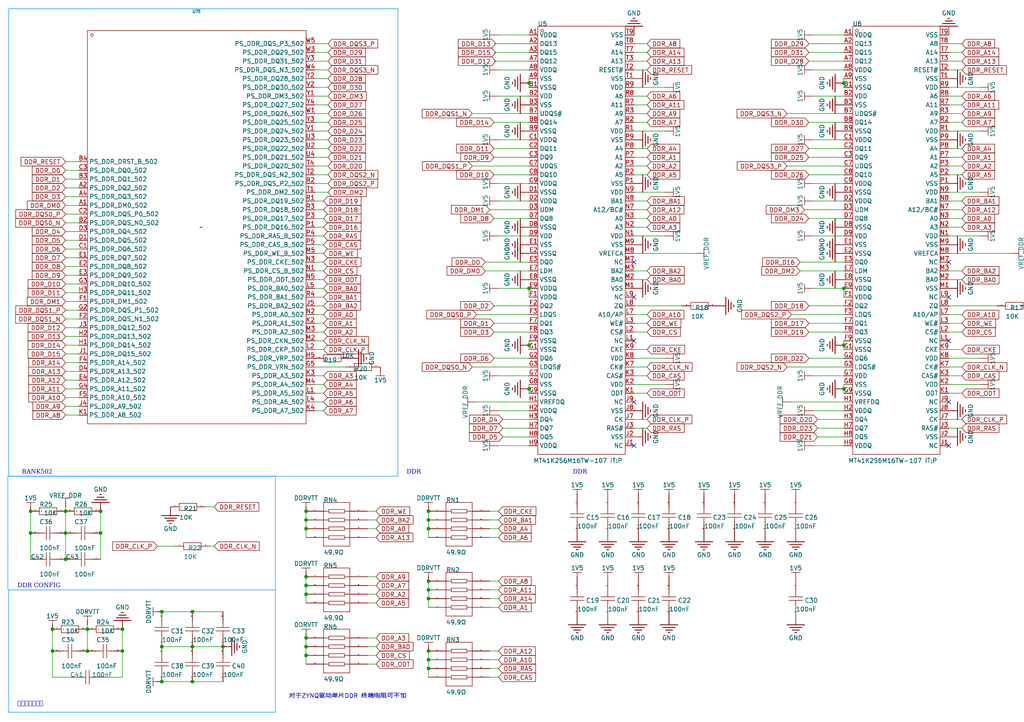
<source format=kicad_sch>
(kicad_sch (version 20231120) (generator "eeschema") (generator_version "8.0")
  (paper "User" 297.434 209.804)
  (lib_symbols
    (symbol "5-Voltage_1" (power) (pin_numbers hide) (pin_names hide)
      (symbol "5-Voltage_1_1_0"
        (pin power_in line (at 0 0 90) (length 1.27) (name "DDRVTT") (number "1"))
      )
    )
    (symbol "5-Voltage_2" (power) (pin_numbers hide) (pin_names hide)
      (symbol "5-Voltage_2_1_0"
        (pin power_in line (at 0 0 90) (length 1.27) (name "DDRVTT") (number "1"))
      )
    )
    (symbol "5-Voltage_3" (power) (pin_numbers hide) (pin_names hide)
      (symbol "5-Voltage_3_1_0"
        (pin power_in line (at 0 0 90) (length 1.27) (name "DDRVTT") (number "1"))
      )
    )
    (symbol "5-Voltage_4" (power) (pin_numbers hide) (pin_names hide)
      (symbol "5-Voltage_4_1_0"
        (pin power_in line (at 0 0 90) (length 1.27) (name "DDRVTT") (number "1"))
      )
    )
    (symbol "5-Voltage_5" (power) (pin_numbers hide) (pin_names hide)
      (symbol "5-Voltage_5_1_0"
        (pin power_in line (at 0 0 90) (length 1.27) (name "DDRVTT") (number "1"))
      )
    )
    (symbol "5-Voltage_6" (power) (pin_numbers hide) (pin_names hide)
      (symbol "5-Voltage_6_1_0"
        (pin power_in line (at 0 0 90) (length 1.27) (name "DDRVTT") (number "1"))
      )
    )
    (symbol "5-Voltage_7" (power) (pin_numbers hide) (pin_names hide)
      (symbol "5-Voltage_7_1_0"
        (pin power_in line (at 0 0 90) (length 1.27) (name "DDRVTT") (number "1"))
      )
    )
    (symbol "5-Voltage_8" (power) (pin_numbers hide) (pin_names hide)
      (symbol "5-Voltage_8_1_0"
        (pin power_in line (at 0 0 90) (length 1.27) (name "DDRVTT") (number "1"))
      )
    )
    (symbol "5-Voltage_9" (power) (pin_numbers hide) (pin_names hide)
      (symbol "5-Voltage_9_1_0"
        (pin power_in line (at 0 0 90) (length 1.27) (name "DDRVTT") (number "1"))
      )
    )
    (symbol "ProDocument_ZYNQ7020_V1_2024-04-10:5-Voltage" (power) (pin_numbers hide) (pin_names hide)
      (symbol "5-Voltage_1_0"
        (pin power_in line (at 0 0 90) (length 1.27) (name "1V5") (number "1"))
      )
    )
    (symbol "ProDocument_ZYNQ7020_V1_2024-04-10:CapAcitance"
      (symbol "CapAcitance_1_0"
        (pin input line (at -5.08 0 0) (length 2.54) (name "1") (number "1"))
        (pin input line (at 5.08 0 180) (length 2.54) (name "2") (number "2"))
      )
    )
    (symbol "ProDocument_ZYNQ7020_V1_2024-04-10:Ground-GND" (power) (pin_numbers hide) (pin_names hide)
      (symbol "Ground-GND_1_0"
        (pin power_in line (at 0 0 270) (length 2.54) (name "GND") (number "1"))
      )
    )
    (symbol "ProDocument_ZYNQ7020_V1_2024-04-10:MT41K256M16TW-107IT{colon}P"
      (property "Reference" "U?" (at 0 0 0))
      (symbol "MT41K256M16TW-107IT{colon}P_1_0"
        (pin input line (at -15.24 60.96 0) (length 2.54) (name "VDDQ") (number "A1"))
        (pin input line (at -15.24 58.42 0) (length 2.54) (name "DQ13") (number "A2"))
        (pin input line (at -15.24 55.88 0) (length 2.54) (name "DQ15") (number "A3"))
        (pin input line (at -15.24 53.34 0) (length 2.54) (name "DQ12") (number "A7"))
        (pin input line (at -15.24 50.8 0) (length 2.54) (name "VDDQ") (number "A8"))
        (pin input line (at -15.24 48.26 0) (length 2.54) (name "VSS") (number "A9"))
        (pin input line (at -15.24 45.72 0) (length 2.54) (name "VSSQ") (number "B1"))
        (pin input line (at -15.24 43.18 0) (length 2.54) (name "VDD") (number "B2"))
        (pin input line (at -15.24 40.64 0) (length 2.54) (name "VSS") (number "B3"))
        (pin input line (at -15.24 38.1 0) (length 2.54) (name "UDQS#") (number "B7"))
        (pin input line (at -15.24 35.56 0) (length 2.54) (name "DQ14") (number "B8"))
        (pin input line (at -15.24 33.02 0) (length 2.54) (name "VSSQ") (number "B9"))
        (pin input line (at -15.24 30.48 0) (length 2.54) (name "VDDQ") (number "C1"))
        (pin input line (at -15.24 27.94 0) (length 2.54) (name "DQ11") (number "C2"))
        (pin input line (at -15.24 25.4 0) (length 2.54) (name "DQ9") (number "C3"))
        (pin input line (at -15.24 22.86 0) (length 2.54) (name "UDQS") (number "C7"))
        (pin input line (at -15.24 20.32 0) (length 2.54) (name "DQ10") (number "C8"))
        (pin input line (at -15.24 17.78 0) (length 2.54) (name "VDDQ") (number "C9"))
        (pin input line (at -15.24 15.24 0) (length 2.54) (name "VSSQ") (number "D1"))
        (pin input line (at -15.24 12.7 0) (length 2.54) (name "VDDQ") (number "D2"))
        (pin input line (at -15.24 10.16 0) (length 2.54) (name "UDM") (number "D3"))
        (pin input line (at -15.24 7.62 0) (length 2.54) (name "DQ8") (number "D7"))
        (pin input line (at -15.24 5.08 0) (length 2.54) (name "VSSQ") (number "D8"))
        (pin input line (at -15.24 2.54 0) (length 2.54) (name "VDD") (number "D9"))
        (pin input line (at -15.24 0 0) (length 2.54) (name "VSS") (number "E1"))
        (pin input line (at -15.24 -2.54 0) (length 2.54) (name "VSSQ") (number "E2"))
        (pin input line (at -15.24 -5.08 0) (length 2.54) (name "DQ0") (number "E3"))
        (pin input line (at -15.24 -7.62 0) (length 2.54) (name "LDM") (number "E7"))
        (pin input line (at -15.24 -10.16 0) (length 2.54) (name "VSSQ") (number "E8"))
        (pin input line (at -15.24 -12.7 0) (length 2.54) (name "VDDQ") (number "E9"))
        (pin input line (at -15.24 -15.24 0) (length 2.54) (name "VDDQ") (number "F1"))
        (pin input line (at -15.24 -17.78 0) (length 2.54) (name "DQ2") (number "F2"))
        (pin input line (at -15.24 -20.32 0) (length 2.54) (name "LDQS") (number "F3"))
        (pin input line (at -15.24 -22.86 0) (length 2.54) (name "DQ1") (number "F7"))
        (pin input line (at -15.24 -25.4 0) (length 2.54) (name "DQ3") (number "F8"))
        (pin input line (at -15.24 -27.94 0) (length 2.54) (name "VSSQ") (number "F9"))
        (pin input line (at -15.24 -30.48 0) (length 2.54) (name "VSSQ") (number "G1"))
        (pin input line (at -15.24 -33.02 0) (length 2.54) (name "DQ6") (number "G2"))
        (pin input line (at -15.24 -35.56 0) (length 2.54) (name "LDQS#") (number "G3"))
        (pin input line (at -15.24 -38.1 0) (length 2.54) (name "VDD") (number "G7"))
        (pin input line (at -15.24 -40.64 0) (length 2.54) (name "VSS") (number "G8"))
        (pin input line (at -15.24 -43.18 0) (length 2.54) (name "VSSQ") (number "G9"))
        (pin input line (at -15.24 -45.72 0) (length 2.54) (name "VREFDQ") (number "H1"))
        (pin input line (at -15.24 -48.26 0) (length 2.54) (name "VDDQ") (number "H2"))
        (pin input line (at -15.24 -50.8 0) (length 2.54) (name "DQ4") (number "H3"))
        (pin input line (at -15.24 -53.34 0) (length 2.54) (name "DQ7") (number "H7"))
        (pin input line (at -15.24 -55.88 0) (length 2.54) (name "DQ5") (number "H8"))
        (pin input line (at -15.24 -58.42 0) (length 2.54) (name "VDDQ") (number "H9"))
        (pin input line (at 15.24 -58.42 180) (length 2.54) (name "NC") (number "J1"))
        (pin input line (at 15.24 -55.88 180) (length 2.54) (name "VSS") (number "J2"))
        (pin input line (at 15.24 -53.34 180) (length 2.54) (name "RAS#") (number "J3"))
        (pin input line (at 15.24 -50.8 180) (length 2.54) (name "CK") (number "J7"))
        (pin input line (at 15.24 -48.26 180) (length 2.54) (name "VSS") (number "J8"))
        (pin input line (at 15.24 -45.72 180) (length 2.54) (name "NC") (number "J9"))
        (pin input line (at 15.24 -43.18 180) (length 2.54) (name "ODT") (number "K1"))
        (pin input line (at 15.24 -40.64 180) (length 2.54) (name "VDD") (number "K2"))
        (pin input line (at 15.24 -38.1 180) (length 2.54) (name "CAS#") (number "K3"))
        (pin input line (at 15.24 -35.56 180) (length 2.54) (name "CK#") (number "K7"))
        (pin input line (at 15.24 -33.02 180) (length 2.54) (name "VDD") (number "K8"))
        (pin input line (at 15.24 -30.48 180) (length 2.54) (name "CKE") (number "K9"))
        (pin input line (at 15.24 -27.94 180) (length 2.54) (name "NC") (number "L1"))
        (pin input line (at 15.24 -25.4 180) (length 2.54) (name "CS#") (number "L2"))
        (pin input line (at 15.24 -22.86 180) (length 2.54) (name "WE#") (number "L3"))
        (pin input line (at 15.24 -20.32 180) (length 2.54) (name "A10/AP") (number "L7"))
        (pin input line (at 15.24 -17.78 180) (length 2.54) (name "ZQ") (number "L8"))
        (pin input line (at 15.24 -15.24 180) (length 2.54) (name "NC") (number "L9"))
        (pin input line (at 15.24 -12.7 180) (length 2.54) (name "VSS") (number "M1"))
        (pin input line (at 15.24 -10.16 180) (length 2.54) (name "BA0") (number "M2"))
        (pin input line (at 15.24 -7.62 180) (length 2.54) (name "BA2") (number "M3"))
        (pin input line (at 15.24 -5.08 180) (length 2.54) (name "NC") (number "M7"))
        (pin input line (at 15.24 -2.54 180) (length 2.54) (name "VREFCA") (number "M8"))
        (pin input line (at 15.24 0 180) (length 2.54) (name "VSS") (number "M9"))
        (pin input line (at 15.24 2.54 180) (length 2.54) (name "VDD") (number "N1"))
        (pin input line (at 15.24 5.08 180) (length 2.54) (name "A3") (number "N2"))
        (pin input line (at 15.24 7.62 180) (length 2.54) (name "A0") (number "N3"))
        (pin input line (at 15.24 10.16 180) (length 2.54) (name "A12/BC#") (number "N7"))
        (pin input line (at 15.24 12.7 180) (length 2.54) (name "BA1") (number "N8"))
        (pin input line (at 15.24 15.24 180) (length 2.54) (name "VDD") (number "N9"))
        (pin input line (at 15.24 17.78 180) (length 2.54) (name "VSS") (number "P1"))
        (pin input line (at 15.24 20.32 180) (length 2.54) (name "A5") (number "P2"))
        (pin input line (at 15.24 22.86 180) (length 2.54) (name "A2") (number "P3"))
        (pin input line (at 15.24 25.4 180) (length 2.54) (name "A1") (number "P7"))
        (pin input line (at 15.24 27.94 180) (length 2.54) (name "A4") (number "P8"))
        (pin input line (at 15.24 30.48 180) (length 2.54) (name "VSS") (number "P9"))
        (pin input line (at 15.24 33.02 180) (length 2.54) (name "VDD") (number "R1"))
        (pin input line (at 15.24 35.56 180) (length 2.54) (name "A7") (number "R2"))
        (pin input line (at 15.24 38.1 180) (length 2.54) (name "A9") (number "R3"))
        (pin input line (at 15.24 40.64 180) (length 2.54) (name "A11") (number "R7"))
        (pin input line (at 15.24 43.18 180) (length 2.54) (name "A6") (number "R8"))
        (pin input line (at 15.24 45.72 180) (length 2.54) (name "VDD") (number "R9"))
        (pin input line (at 15.24 48.26 180) (length 2.54) (name "VSS") (number "T1"))
        (pin input line (at 15.24 50.8 180) (length 2.54) (name "RESET#") (number "T2"))
        (pin input line (at 15.24 53.34 180) (length 2.54) (name "A13") (number "T3"))
        (pin input line (at 15.24 55.88 180) (length 2.54) (name "A14") (number "T7"))
        (pin input line (at 15.24 58.42 180) (length 2.54) (name "A8") (number "T8"))
        (pin input line (at 15.24 60.96 180) (length 2.54) (name "VSS") (number "T9"))
      )
    )
    (symbol "ProDocument_ZYNQ7020_V1_2024-04-10:Power-VCC" (power) (pin_numbers hide) (pin_names hide)
      (symbol "Power-VCC_1_0"
        (pin power_in line (at 0 0 90) (length 1.27) (name "VREF_DDR") (number "1"))
      )
    )
    (symbol "ProDocument_ZYNQ7020_V1_2024-04-10:XC7Z010-1CLG400C"
      (property "Reference" "U7" (at 0 62.23 0))
      (property "Value" "~" (at 0 0 0))
      (symbol "XC7Z010-1CLG400C_1_0"
        (pin input line (at 7.62 10.16 180) (length 2.54) (name "PS_MIO6_500") (number "A5"))
        (pin input line (at 7.62 12.7 180) (length 2.54) (name "PS_MIO5_500") (number "A6"))
        (pin input line (at 7.62 22.86 180) (length 2.54) (name "PS_MIO1_500") (number "A7"))
        (pin input line (at 7.62 2.54 180) (length 2.54) (name "PS_MIO9_500") (number "B5"))
        (pin input line (at 7.62 15.24 180) (length 2.54) (name "PS_MIO4_500") (number "B7"))
        (pin input line (at 7.62 20.32 180) (length 2.54) (name "PS_MIO2_500") (number "B8"))
        (pin input line (at 7.62 -10.16 180) (length 2.54) (name "PS_MIO14_500") (number "C5"))
        (pin input line (at 7.62 -2.54 180) (length 2.54) (name "PS_MIO11_500") (number "C6"))
        (pin input line (at 7.62 -16.51 180) (length 2.54) (name "PS_POR_B_500") (number "C7"))
        (pin input line (at 7.62 -12.7 180) (length 2.54) (name "PS_MIO15_500") (number "C8"))
        (pin input line (at 7.62 5.08 180) (length 2.54) (name "PS_MIO8_500") (number "D5"))
        (pin input line (at 7.62 17.78 180) (length 2.54) (name "PS_MIO3_500") (number "D6"))
        (pin input line (at 7.62 7.62 180) (length 2.54) (name "PS_MIO7_500") (number "D8"))
        (pin input line (at 7.62 -5.08 180) (length 2.54) (name "PS_MIO12_500") (number "D9"))
        (pin input line (at 7.62 25.4 180) (length 2.54) (name "PS_MIO0_500") (number "E6"))
        (pin input line (at 7.62 -20.32 180) (length 2.54) (name "PS_CLK_500") (number "E7"))
        (pin input line (at 7.62 -7.62 180) (length 2.54) (name "PS_MIO13_500") (number "E8"))
        (pin input line (at 7.62 0 180) (length 2.54) (name "PS_MIO10_500") (number "E9"))
      )
      (symbol "XC7Z010-1CLG400C_2_0"
        (pin input line (at 8.89 -20.32 180) (length 2.54) (name "PS_MIO37_501") (number "A10"))
        (pin input line (at 8.89 -17.78 180) (length 2.54) (name "PS_MIO36_501") (number "A11"))
        (pin input line (at 8.89 -12.7 180) (length 2.54) (name "PS_MIO34_501") (number "A12"))
        (pin input line (at 8.89 -7.62 180) (length 2.54) (name "PS_MIO32_501") (number "A14"))
        (pin input line (at 8.89 7.62 180) (length 2.54) (name "PS_MIO26_501") (number "A15"))
        (pin input line (at 8.89 12.7 180) (length 2.54) (name "PS_MIO24_501") (number "A16"))
        (pin input line (at 8.89 22.86 180) (length 2.54) (name "PS_MIO20_501") (number "A17"))
        (pin input line (at 8.89 33.02 180) (length 2.54) (name "PS_MIO16_501") (number "A19"))
        (pin input line (at 8.89 -35.56 180) (length 2.54) (name "PS_MIO43_501") (number "A9"))
        (pin input line (at 8.89 -66.04 180) (length 2.54) (name "PS_SRST_B_501") (number "B10"))
        (pin input line (at 8.89 -48.26 180) (length 2.54) (name "PS_MIO48_501") (number "B12"))
        (pin input line (at 8.89 -53.34 180) (length 2.54) (name "PS_MIO50_501") (number "B13"))
        (pin input line (at 8.89 -45.72 180) (length 2.54) (name "PS_MIO47_501") (number "B14"))
        (pin input line (at 8.89 -40.64 180) (length 2.54) (name "PS_MIO45_501") (number "B15"))
        (pin input line (at 8.89 17.78 180) (length 2.54) (name "PS_MIO22_501") (number "B17"))
        (pin input line (at 8.89 27.94 180) (length 2.54) (name "PS_MIO18_501") (number "B18"))
        (pin input line (at 8.89 -55.88 180) (length 2.54) (name "PS_MIO51_501") (number "B9"))
        (pin input line (at 8.89 -58.42 180) (length 2.54) (name "PS_MIO52_501") (number "C10"))
        (pin input line (at 8.89 -60.96 180) (length 2.54) (name "PS_MIO53_501") (number "C11"))
        (pin input line (at 8.89 -50.8 180) (length 2.54) (name "PS_MIO49_501") (number "C12"))
        (pin input line (at 8.89 0 180) (length 2.54) (name "PS_MIO29_501") (number "C13"))
        (pin input line (at 8.89 -2.54 180) (length 2.54) (name "PS_MIO30_501") (number "C15"))
        (pin input line (at 8.89 2.54 180) (length 2.54) (name "PS_MIO28_501") (number "C16"))
        (pin input line (at 8.89 -30.48 180) (length 2.54) (name "PS_MIO41_501") (number "C17"))
        (pin input line (at 8.89 -25.4 180) (length 2.54) (name "PS_MIO39_501") (number "C18"))
        (pin input line (at 8.89 25.4 180) (length 2.54) (name "PS_MIO19_501") (number "D10"))
        (pin input line (at 8.89 15.24 180) (length 2.54) (name "PS_MIO23_501") (number "D11"))
        (pin input line (at 8.89 5.08 180) (length 2.54) (name "PS_MIO27_501") (number "D13"))
        (pin input line (at 8.89 -27.94 180) (length 2.54) (name "PS_MIO40_501") (number "D14"))
        (pin input line (at 8.89 -10.16 180) (length 2.54) (name "PS_MIO33_501") (number "D15"))
        (pin input line (at 8.89 -43.18 180) (length 2.54) (name "PS_MIO46_501") (number "D16"))
        (pin input line (at 8.89 39.37 180) (length 2.54) (name "PS_MIO_VREF_501") (number "E11"))
        (pin input line (at 8.89 -33.02 180) (length 2.54) (name "PS_MIO42_501") (number "E12"))
        (pin input line (at 8.89 -22.86 180) (length 2.54) (name "PS_MIO38_501") (number "E13"))
        (pin input line (at 8.89 30.48 180) (length 2.54) (name "PS_MIO17_501") (number "E14"))
        (pin input line (at 8.89 -5.08 180) (length 2.54) (name "PS_MIO31_501") (number "E16"))
        (pin input line (at 8.89 -15.24 180) (length 2.54) (name "PS_MIO35_501") (number "F12"))
        (pin input line (at 8.89 -38.1 180) (length 2.54) (name "PS_MIO44_501") (number "F13"))
        (pin input line (at 8.89 20.32 180) (length 2.54) (name "PS_MIO21_501") (number "F14"))
        (pin input line (at 8.89 10.16 180) (length 2.54) (name "PS_MIO25_501") (number "F15"))
      )
      (symbol "XC7Z010-1CLG400C_3_0"
        (pin input line (at -26.67 34.29 0) (length 2.54) (name "RSVDGND") (number "F10"))
        (pin input line (at -26.67 46.99 0) (length 2.54) (name "VCCBATT_0") (number "F11"))
        (pin input line (at -26.67 21.59 0) (length 2.54) (name "TDO_0") (number "F6"))
        (pin input line (at -26.67 44.45 0) (length 2.54) (name "TCK_0") (number "F9"))
        (pin input line (at -26.67 24.13 0) (length 2.54) (name "TDI_0") (number "G6"))
        (pin input line (at -26.67 57.15 0) (length 2.54) (name "GNDADC_0") (number "J10"))
        (pin input line (at -26.67 11.43 0) (length 2.54) (name "TMS_0") (number "J6"))
        (pin input line (at -26.67 54.61 0) (length 2.54) (name "VCCADC_0") (number "J9"))
        (pin input line (at -26.67 39.37 0) (length 2.54) (name "VREFN_0") (number "K10"))
        (pin input line (at -26.67 36.83 0) (length 2.54) (name "VP_0") (number "K9"))
        (pin input line (at -26.67 49.53 0) (length 2.54) (name "VN_0") (number "L10"))
        (pin input line (at -26.67 13.97 0) (length 2.54) (name "PROGRAM_B_0") (number "L6"))
        (pin input line (at -26.67 52.07 0) (length 2.54) (name "VREFP_0") (number "L9"))
        (pin input line (at -26.67 41.91 0) (length 2.54) (name "DXN_0") (number "M10"))
        (pin input line (at -26.67 16.51 0) (length 2.54) (name "CFGBVS_0") (number "M6"))
        (pin input line (at -26.67 59.69 0) (length 2.54) (name "DXP_0") (number "M9"))
        (pin input line (at 27.94 48.26 180) (length 2.54) (name "IO_L23P_T3_34") (number "N17"))
        (pin input line (at 27.94 -2.54 180) (length 2.54) (name "IO_L13P_T2_MRCC_34") (number "N18"))
        (pin input line (at 27.94 2.54 180) (length 2.54) (name "IO_L14P_T2_SRCC_34") (number "N20"))
        (pin input line (at -26.67 31.75 0) (length 2.54) (name "RSVDVCC3") (number "N6"))
        (pin input line (at 27.94 -38.1 180) (length 2.54) (name "IO_L6P_T0_34") (number "P14"))
        (pin input line (at 27.94 53.34 180) (length 2.54) (name "IO_L24P_T3_34") (number "P15"))
        (pin input line (at 27.94 55.88 180) (length 2.54) (name "IO_L24N_T3_34") (number "P16"))
        (pin input line (at 27.94 50.8 180) (length 2.54) (name "IO_L23N_T3_34") (number "P18"))
        (pin input line (at 27.94 0 180) (length 2.54) (name "IO_L13N_T2_MRCC_34") (number "P19"))
        (pin input line (at 27.94 5.08 180) (length 2.54) (name "IO_L14N_T2_SRCC_34") (number "P20"))
        (pin input line (at -26.67 26.67 0) (length 2.54) (name "INIT_B_0") (number "R10"))
        (pin input line (at -26.67 62.23 0) (length 2.54) (name "DONE_0") (number "R11"))
        (pin input line (at 27.94 -35.56 180) (length 2.54) (name "IO_L6N_T0_VREF_34") (number "R14"))
        (pin input line (at 27.94 27.94 180) (length 2.54) (name "IO_L19P_T3_34") (number "R16"))
        (pin input line (at 27.94 30.48 180) (length 2.54) (name "IO_L19N_T3_VREF_34") (number "R17"))
        (pin input line (at 27.94 35.56 180) (length 2.54) (name "IO_L20N_T3_34") (number "R18"))
        (pin input line (at -26.67 -54.61 0) (length 2.54) (name "IO_0_34") (number "R19"))
        (pin input line (at -26.67 29.21 0) (length 2.54) (name "RSVDVCC2") (number "R6"))
        (pin input line (at -26.67 -59.69 0) (length 2.54) (name "IO_L1N_T0_34") (number "T10"))
        (pin input line (at -26.67 -57.15 0) (length 2.54) (name "IO_L1P_T0_34") (number "T11"))
        (pin input line (at 27.94 -58.42 180) (length 2.54) (name "IO_L2P_T0_34") (number "T12"))
        (pin input line (at 27.94 -43.18 180) (length 2.54) (name "IO_L5P_T0_34") (number "T14"))
        (pin input line (at 27.94 -40.64 180) (length 2.54) (name "IO_L5N_T0_34") (number "T15"))
        (pin input line (at 27.94 -22.86 180) (length 2.54) (name "IO_L9P_T1_DQS_34") (number "T16"))
        (pin input line (at 27.94 33.02 180) (length 2.54) (name "IO_L20P_T3_34") (number "T17"))
        (pin input line (at 27.94 58.42 180) (length 2.54) (name "IO_25_34") (number "T19"))
        (pin input line (at 27.94 7.62 180) (length 2.54) (name "IO_L15P_T2_DQS_34") (number "T20"))
        (pin input line (at -26.67 -34.29 0) (length 2.54) (name "NC") (number "T5"))
        (pin input line (at -26.67 19.05 0) (length 2.54) (name "RSVDVCC1") (number "T6"))
        (pin input line (at -26.67 1.27 0) (length 2.54) (name "NC") (number "T9"))
        (pin input line (at -26.67 -1.27 0) (length 2.54) (name "NC") (number "U10"))
        (pin input line (at 27.94 -55.88 180) (length 2.54) (name "IO_L2N_T0_34") (number "U12"))
        (pin input line (at 27.94 -53.34 180) (length 2.54) (name "IO_L3P_T0_DQS_PUDC_B_34") (number "U13"))
        (pin input line (at 27.94 -12.7 180) (length 2.54) (name "IO_L11P_T1_SRCC_34") (number "U14"))
        (pin input line (at 27.94 -10.16 180) (length 2.54) (name "IO_L11N_T1_SRCC_34") (number "U15"))
        (pin input line (at 27.94 -20.32 180) (length 2.54) (name "IO_L9N_T1_DQS_34") (number "U17"))
        (pin input line (at 27.94 -7.62 180) (length 2.54) (name "IO_L12P_T1_MRCC_34") (number "U18"))
        (pin input line (at 27.94 -5.08 180) (length 2.54) (name "IO_L12N_T1_MRCC_34") (number "U19"))
        (pin input line (at 27.94 10.16 180) (length 2.54) (name "IO_L15N_T2_DQS_34") (number "U20"))
        (pin input line (at -26.67 -36.83 0) (length 2.54) (name "NC") (number "U5"))
        (pin input line (at -26.67 6.35 0) (length 2.54) (name "NC") (number "U7"))
        (pin input line (at -26.67 -26.67 0) (length 2.54) (name "NC") (number "U8"))
        (pin input line (at -26.67 -24.13 0) (length 2.54) (name "NC") (number "U9"))
        (pin input line (at -26.67 -46.99 0) (length 2.54) (name "NC") (number "V10"))
        (pin input line (at -26.67 -44.45 0) (length 2.54) (name "NC") (number "V11"))
        (pin input line (at 27.94 -48.26 180) (length 2.54) (name "IO_L4P_T0_34") (number "V12"))
        (pin input line (at 27.94 -50.8 180) (length 2.54) (name "IO_L3N_T0_DQS_34") (number "V13"))
        (pin input line (at 27.94 -17.78 180) (length 2.54) (name "IO_L10P_T1_34") (number "V15"))
        (pin input line (at 27.94 22.86 180) (length 2.54) (name "IO_L18P_T2_34") (number "V16"))
        (pin input line (at 27.94 38.1 180) (length 2.54) (name "IO_L21P_T3_DQS_34") (number "V17"))
        (pin input line (at 27.94 40.64 180) (length 2.54) (name "IO_L21N_T3_DQS_34") (number "V18"))
        (pin input line (at 27.94 12.7 180) (length 2.54) (name "IO_L16P_T2_34") (number "V20"))
        (pin input line (at -26.67 8.89 0) (length 2.54) (name "NC") (number "V5"))
        (pin input line (at -26.67 -49.53 0) (length 2.54) (name "NC") (number "V6"))
        (pin input line (at -26.67 3.81 0) (length 2.54) (name "NC") (number "V7"))
        (pin input line (at -26.67 -13.97 0) (length 2.54) (name "NC") (number "V8"))
        (pin input line (at -26.67 -19.05 0) (length 2.54) (name "NC") (number "W10"))
        (pin input line (at -26.67 -29.21 0) (length 2.54) (name "NC") (number "W11"))
        (pin input line (at 27.94 -45.72 180) (length 2.54) (name "IO_L4N_T0_34") (number "W13"))
        (pin input line (at 27.94 -27.94 180) (length 2.54) (name "IO_L8P_T1_34") (number "W14"))
        (pin input line (at 27.94 -15.24 180) (length 2.54) (name "IO_L10N_T1_34") (number "W15"))
        (pin input line (at 27.94 25.4 180) (length 2.54) (name "IO_L18N_T2_34") (number "W16"))
        (pin input line (at 27.94 43.18 180) (length 2.54) (name "IO_L22P_T3_34") (number "W18"))
        (pin input line (at 27.94 45.72 180) (length 2.54) (name "IO_L22N_T3_34") (number "W19"))
        (pin input line (at 27.94 15.24 180) (length 2.54) (name "IO_L16N_T2_34") (number "W20"))
        (pin input line (at -26.67 -52.07 0) (length 2.54) (name "NC") (number "W6"))
        (pin input line (at -26.67 -16.51 0) (length 2.54) (name "NC") (number "W8"))
        (pin input line (at -26.67 -21.59 0) (length 2.54) (name "NC") (number "W9"))
        (pin input line (at -26.67 -31.75 0) (length 2.54) (name "NC") (number "Y11"))
        (pin input line (at -26.67 -39.37 0) (length 2.54) (name "NC") (number "Y12"))
        (pin input line (at -26.67 -41.91 0) (length 2.54) (name "NC") (number "Y13"))
        (pin input line (at 27.94 -25.4 180) (length 2.54) (name "IO_L8N_T1_34") (number "Y14"))
        (pin input line (at 27.94 -33.02 180) (length 2.54) (name "IO_L7P_T1_34") (number "Y16"))
        (pin input line (at 27.94 -30.48 180) (length 2.54) (name "IO_L7N_T1_34") (number "Y17"))
        (pin input line (at 27.94 17.78 180) (length 2.54) (name "IO_L17P_T2_34") (number "Y18"))
        (pin input line (at 27.94 20.32 180) (length 2.54) (name "IO_L17N_T2_34") (number "Y19"))
        (pin input line (at -26.67 -6.35 0) (length 2.54) (name "NC") (number "Y6"))
        (pin input line (at -26.67 -3.81 0) (length 2.54) (name "NC") (number "Y7"))
        (pin input line (at -26.67 -11.43 0) (length 2.54) (name "NC") (number "Y8"))
        (pin input line (at -26.67 -8.89 0) (length 2.54) (name "NC") (number "Y9"))
      )
      (symbol "XC7Z010-1CLG400C_4_0"
        (pin input line (at -40.64 52.07 0) (length 2.54) (name "IO_L2N_T0_AD8N_35") (number "A20"))
        (pin input line (at -40.64 54.61 0) (length 2.54) (name "IO_L2P_T0_AD8P_35") (number "B19"))
        (pin input line (at -40.64 57.15 0) (length 2.54) (name "IO_L1N_T0_AD0N_35") (number "B20"))
        (pin input line (at -40.64 59.69 0) (length 2.54) (name "IO_L1P_T0_AD0P_35") (number "C20"))
        (pin input line (at -40.64 46.99 0) (length 2.54) (name "IO_L3N_T0_DQS_AD1N_35") (number "D18"))
        (pin input line (at -40.64 44.45 0) (length 2.54) (name "IO_L4P_T0_35") (number "D19"))
        (pin input line (at -40.64 41.91 0) (length 2.54) (name "IO_L4N_T0_35") (number "D20"))
        (pin input line (at -40.64 49.53 0) (length 2.54) (name "IO_L3P_T0_DQS_AD1P_35") (number "E17"))
        (pin input line (at -40.64 39.37 0) (length 2.54) (name "IO_L5P_T0_AD9P_35") (number "E18"))
        (pin input line (at -40.64 36.83 0) (length 2.54) (name "IO_L5N_T0_AD9N_35") (number "E19"))
        (pin input line (at -40.64 34.29 0) (length 2.54) (name "IO_L6P_T0_35") (number "F16"))
        (pin input line (at -40.64 31.75 0) (length 2.54) (name "IO_L6N_T0_VREF_35") (number "F17"))
        (pin input line (at -40.64 -11.43 0) (length 2.54) (name "IO_L15P_T2_DQS_AD12P_35") (number "F19"))
        (pin input line (at -40.64 -13.97 0) (length 2.54) (name "IO_L15N_T2_DQS_AD12N_35") (number "F20"))
        (pin input line (at -40.64 -64.77 0) (length 2.54) (name "IO_0_35") (number "G14"))
        (pin input line (at -40.64 -34.29 0) (length 2.54) (name "IO_L19N_T3_VREF_35") (number "G15"))
        (pin input line (at -40.64 -16.51 0) (length 2.54) (name "IO_L16P_T2_35") (number "G17"))
        (pin input line (at -40.64 -19.05 0) (length 2.54) (name "IO_L16N_T2_35") (number "G18"))
        (pin input line (at -40.64 -26.67 0) (length 2.54) (name "IO_L18P_T2_AD13P_35") (number "G19"))
        (pin input line (at -40.64 -29.21 0) (length 2.54) (name "IO_L18N_T2_AD13N_35") (number "G20"))
        (pin input line (at -40.64 -31.75 0) (length 2.54) (name "IO_L19P_T3_35") (number "H15"))
        (pin input line (at -40.64 -1.27 0) (length 2.54) (name "IO_L13P_T2_MRCC_35") (number "H16"))
        (pin input line (at -40.64 -3.81 0) (length 2.54) (name "IO_L13N_T2_MRCC_35") (number "H17"))
        (pin input line (at -40.64 -8.89 0) (length 2.54) (name "IO_L14N_T2_AD4N_SRCC_35") (number "H18"))
        (pin input line (at -40.64 -24.13 0) (length 2.54) (name "IO_L17N_T2_AD5N_35") (number "H20"))
        (pin input line (at -40.64 -39.37 0) (length 2.54) (name "IO_L20N_T3_AD6N_35") (number "J14"))
        (pin input line (at -40.64 -62.23 0) (length 2.54) (name "IO_25_35") (number "J15"))
        (pin input line (at -40.64 -59.69 0) (length 2.54) (name "IO_L24N_T3_AD15N_35") (number "J16"))
        (pin input line (at -40.64 -6.35 0) (length 2.54) (name "IO_L14P_T2_AD4P_SRCC_35") (number "J18"))
        (pin input line (at -40.64 11.43 0) (length 2.54) (name "IO_L10N_T1_AD11N_35") (number "J19"))
        (pin input line (at -40.64 -21.59 0) (length 2.54) (name "IO_L17P_T2_AD5P_35") (number "J20"))
        (pin input line (at -40.64 -36.83 0) (length 2.54) (name "IO_L20P_T3_AD6P_35") (number "K14"))
        (pin input line (at -40.64 -57.15 0) (length 2.54) (name "IO_L24P_T3_AD15P_35") (number "K16"))
        (pin input line (at -40.64 3.81 0) (length 2.54) (name "IO_L12P_T1_MRCC_35") (number "K17"))
        (pin input line (at -40.64 1.27 0) (length 2.54) (name "IO_L12N_T1_MRCC_35") (number "K18"))
        (pin input line (at -40.64 13.97 0) (length 2.54) (name "IO_L10P_T1_AD11P_35") (number "K19"))
        (pin input line (at -40.64 -46.99 0) (length 2.54) (name "IO_L22P_T3_AD7P_35") (number "L14"))
        (pin input line (at -40.64 -49.53 0) (length 2.54) (name "IO_L22N_T3_AD7N_35") (number "L15"))
        (pin input line (at -40.64 8.89 0) (length 2.54) (name "IO_L11P_T1_SRCC_35") (number "L16"))
        (pin input line (at -40.64 6.35 0) (length 2.54) (name "IO_L11N_T1_SRCC_35") (number "L17"))
        (pin input line (at -40.64 19.05 0) (length 2.54) (name "IO_L9P_T1_DQS_AD3P_35") (number "L19"))
        (pin input line (at -40.64 16.51 0) (length 2.54) (name "IO_L9N_T1_DQS_AD3N_35") (number "L20"))
        (pin input line (at -40.64 -52.07 0) (length 2.54) (name "IO_L23P_T3_35") (number "M14"))
        (pin input line (at -40.64 -54.61 0) (length 2.54) (name "IO_L23N_T3_35") (number "M15"))
        (pin input line (at -40.64 24.13 0) (length 2.54) (name "IO_L8P_T1_AD10P_35") (number "M17"))
        (pin input line (at -40.64 21.59 0) (length 2.54) (name "IO_L8N_T1_AD10N_35") (number "M18"))
        (pin input line (at -40.64 29.21 0) (length 2.54) (name "IO_L7P_T1_AD2P_35") (number "M19"))
        (pin input line (at -40.64 26.67 0) (length 2.54) (name "IO_L7N_T1_AD2N_35") (number "M20"))
        (pin input line (at -40.64 -41.91 0) (length 2.54) (name "IO_L21P_T3_DQS_AD14P_35") (number "N15"))
        (pin input line (at -40.64 -44.45 0) (length 2.54) (name "IO_L21N_T3_DQS_AD14N_35") (number "N16"))
      )
      (symbol "XC7Z010-1CLG400C_5_0"
        (pin input line (at -35.56 6.35 0) (length 2.54) (name "PS_DDR_DM0_502") (number "A1"))
        (pin input line (at -35.56 11.43 0) (length 2.54) (name "PS_DDR_DQ2_502") (number "A2"))
        (pin input line (at -35.56 8.89 0) (length 2.54) (name "PS_DDR_DQ3_502") (number "A4"))
        (pin input line (at -35.56 1.27 0) (length 2.54) (name "PS_DDR_DQS_N0_502") (number "B2"))
        (pin input line (at -35.56 13.97 0) (length 2.54) (name "PS_DDR_DQ1_502") (number "B3"))
        (pin input line (at -35.56 19.05 0) (length 2.54) (name "PS_DDR_DRST_B_502") (number "B4"))
        (pin input line (at -35.56 -6.35 0) (length 2.54) (name "PS_DDR_DQ6_502") (number "C1"))
        (pin input line (at -35.56 3.81 0) (length 2.54) (name "PS_DDR_DQS_P0_502") (number "C2"))
        (pin input line (at -35.56 16.51 0) (length 2.54) (name "PS_DDR_DQ0_502") (number "C3"))
        (pin input line (at -35.56 -3.81 0) (length 2.54) (name "PS_DDR_DQ5_502") (number "D1"))
        (pin input line (at -35.56 -1.27 0) (length 2.54) (name "PS_DDR_DQ4_502") (number "D3"))
        (pin input line (at -35.56 -41.91 0) (length 2.54) (name "PS_DDR_A13_502") (number "D4"))
        (pin input line (at -35.56 -8.89 0) (length 2.54) (name "PS_DDR_DQ7_502") (number "E1"))
        (pin input line (at -35.56 -11.43 0) (length 2.54) (name "PS_DDR_DQ8_502") (number "E2"))
        (pin input line (at -35.56 -13.97 0) (length 2.54) (name "PS_DDR_DQ9_502") (number "E3"))
        (pin input line (at -35.56 -44.45 0) (length 2.54) (name "PS_DDR_A12_502") (number "E4"))
        (pin input line (at -35.56 -21.59 0) (length 2.54) (name "PS_DDR_DM1_502") (number "F1"))
        (pin input line (at -35.56 -26.67 0) (length 2.54) (name "PS_DDR_DQS_N1_502") (number "F2"))
        (pin input line (at -35.56 -39.37 0) (length 2.54) (name "PS_DDR_A14_502") (number "F4"))
        (pin input line (at -35.56 -49.53 0) (length 2.54) (name "PS_DDR_A10_502") (number "F5"))
        (pin input line (at -35.56 -24.13 0) (length 2.54) (name "PS_DDR_DQS_P1_502") (number "G2"))
        (pin input line (at -35.56 -16.51 0) (length 2.54) (name "PS_DDR_DQ10_502") (number "G3"))
        (pin input line (at -35.56 -46.99 0) (length 2.54) (name "PS_DDR_A11_502") (number "G4"))
        (pin input line (at 33.02 -40.64 180) (length 2.54) (name "PS_DDR_VRN_502") (number "G5"))
        (pin input line (at -35.56 -34.29 0) (length 2.54) (name "PS_DDR_DQ14_502") (number "H1"))
        (pin input line (at -35.56 -31.75 0) (length 2.54) (name "PS_DDR_DQ13_502") (number "H2"))
        (pin input line (at -35.56 -19.05 0) (length 2.54) (name "PS_DDR_DQ11_502") (number "H3"))
        (pin input line (at 33.02 -38.1 180) (length 2.54) (name "PS_DDR_VRP_502") (number "H5"))
        (pin input line (at -35.56 -36.83 0) (length 2.54) (name "PS_DDR_DQ15_502") (number "J1"))
        (pin input line (at -35.56 -29.21 0) (length 2.54) (name "PS_DDR_DQ12_502") (number "J3"))
        (pin input line (at -35.56 -52.07 0) (length 2.54) (name "PS_DDR_A9_502") (number "J4"))
        (pin input line (at 33.02 -22.86 180) (length 2.54) (name "PS_DDR_BA2_502") (number "J5"))
        (pin input line (at -35.56 -54.61 0) (length 2.54) (name "PS_DDR_A8_502") (number "K1"))
        (pin input line (at 33.02 -27.94 180) (length 2.54) (name "PS_DDR_A1_502") (number "K2"))
        (pin input line (at 33.02 -43.18 180) (length 2.54) (name "PS_DDR_A3_502") (number "K3"))
        (pin input line (at 33.02 -53.34 180) (length 2.54) (name "PS_DDR_A7_502") (number "K4"))
        (pin input line (at 33.02 -48.26 180) (length 2.54) (name "PS_DDR_A5_502") (number "L1"))
        (pin input line (at 33.02 -35.56 180) (length 2.54) (name "PS_DDR_CKP_502") (number "L2"))
        (pin input line (at 33.02 -50.8 180) (length 2.54) (name "PS_DDR_A6_502") (number "L4"))
        (pin input line (at 33.02 -17.78 180) (length 2.54) (name "PS_DDR_BA0_502") (number "L5"))
        (pin input line (at 33.02 -33.02 180) (length 2.54) (name "PS_DDR_CKN_502") (number "M2"))
        (pin input line (at 33.02 -30.48 180) (length 2.54) (name "PS_DDR_A2_502") (number "M3"))
        (pin input line (at 33.02 -45.72 180) (length 2.54) (name "PS_DDR_A4_502") (number "M4"))
        (pin input line (at 33.02 -7.62 180) (length 2.54) (name "PS_DDR_WE_B_502") (number "M5"))
        (pin input line (at 33.02 -12.7 180) (length 2.54) (name "PS_DDR_CS_B_502") (number "N1"))
        (pin input line (at 33.02 -25.4 180) (length 2.54) (name "PS_DDR_A0_502") (number "N2"))
        (pin input line (at 33.02 -10.16 180) (length 2.54) (name "PS_DDR_CKE_502") (number "N3"))
        (pin input line (at 33.02 -15.24 180) (length 2.54) (name "PS_DDR_ODT_502") (number "N5"))
        (pin input line (at 33.02 0 180) (length 2.54) (name "PS_DDR_DQ16_502") (number "P1"))
        (pin input line (at 33.02 2.54 180) (length 2.54) (name "PS_DDR_DQ17_502") (number "P3"))
        (pin input line (at 33.02 -2.54 180) (length 2.54) (name "PS_DDR_RAS_B_502") (number "P4"))
        (pin input line (at 33.02 -5.08 180) (length 2.54) (name "PS_DDR_CAS_B_502") (number "P5"))
        (pin input line (at 33.02 7.62 180) (length 2.54) (name "PS_DDR_DQ19_502") (number "R1"))
        (pin input line (at 33.02 12.7 180) (length 2.54) (name "PS_DDR_DQS_P2_502") (number "R2"))
        (pin input line (at 33.02 5.08 180) (length 2.54) (name "PS_DDR_DQ18_502") (number "R3"))
        (pin input line (at 33.02 -20.32 180) (length 2.54) (name "PS_DDR_BA1_502") (number "R4"))
        (pin input line (at 33.02 10.16 180) (length 2.54) (name "PS_DDR_DM2_502") (number "T1"))
        (pin input line (at 33.02 15.24 180) (length 2.54) (name "PS_DDR_DQS_N2_502") (number "T2"))
        (pin input line (at 33.02 17.78 180) (length 2.54) (name "PS_DDR_DQ20_502") (number "T4"))
        (pin input line (at 33.02 22.86 180) (length 2.54) (name "PS_DDR_DQ22_502") (number "U2"))
        (pin input line (at 33.02 25.4 180) (length 2.54) (name "PS_DDR_DQ23_502") (number "U3"))
        (pin input line (at 33.02 20.32 180) (length 2.54) (name "PS_DDR_DQ21_502") (number "U4"))
        (pin input line (at 33.02 27.94 180) (length 2.54) (name "PS_DDR_DQ24_502") (number "V1"))
        (pin input line (at 33.02 40.64 180) (length 2.54) (name "PS_DDR_DQ30_502") (number "V2"))
        (pin input line (at 33.02 48.26 180) (length 2.54) (name "PS_DDR_DQ31_502") (number "V3"))
        (pin input line (at 33.02 33.02 180) (length 2.54) (name "PS_DDR_DQ26_502") (number "W1"))
        (pin input line (at 33.02 50.8 180) (length 2.54) (name "PS_DDR_DQ29_502") (number "W3"))
        (pin input line (at 33.02 45.72 180) (length 2.54) (name "PS_DDR_DQS_N3_502") (number "W4"))
        (pin input line (at 33.02 53.34 180) (length 2.54) (name "PS_DDR_DQS_P3_502") (number "W5"))
        (pin input line (at 33.02 38.1 180) (length 2.54) (name "PS_DDR_DM3_502") (number "Y1"))
        (pin input line (at 33.02 43.18 180) (length 2.54) (name "PS_DDR_DQ28_502") (number "Y2"))
        (pin input line (at 33.02 30.48 180) (length 2.54) (name "PS_DDR_DQ25_502") (number "Y3"))
        (pin input line (at 33.02 35.56 180) (length 2.54) (name "PS_DDR_DQ27_502") (number "Y4"))
      )
      (symbol "XC7Z010-1CLG400C_6_0"
        (pin input line (at 22.86 63.5 180) (length 2.54) (name "VCCO_MIO1_501") (number "A13"))
        (pin input line (at -22.86 74.93 0) (length 2.54) (name "GND") (number "A18"))
        (pin input line (at 22.86 2.54 180) (length 2.54) (name "VCCO_DDR_502") (number "A3"))
        (pin input line (at -22.86 77.47 0) (length 2.54) (name "GND") (number "A8"))
        (pin input line (at -22.86 72.39 0) (length 2.54) (name "GND") (number "B1"))
        (pin input line (at -22.86 69.85 0) (length 2.54) (name "GND") (number "B11"))
        (pin input line (at 22.86 66.04 180) (length 2.54) (name "VCCO_MIO1_501") (number "B16"))
        (pin input line (at 22.86 58.42 180) (length 2.54) (name "VCCO_MIO0_500") (number "B6"))
        (pin input line (at -22.86 64.77 0) (length 2.54) (name "GND") (number "C14"))
        (pin input line (at 22.86 -17.78 180) (length 2.54) (name "VCCO_35") (number "C19"))
        (pin input line (at -22.86 67.31 0) (length 2.54) (name "GND") (number "C4"))
        (pin input line (at -22.86 13.97 0) (length 2.54) (name "GND") (number "C9"))
        (pin input line (at 22.86 68.58 180) (length 2.54) (name "VCCO_MIO1_501") (number "D12"))
        (pin input line (at -22.86 59.69 0) (length 2.54) (name "GND") (number "D17"))
        (pin input line (at 22.86 5.08 180) (length 2.54) (name "VCCO_DDR_502") (number "D2"))
        (pin input line (at 22.86 60.96 180) (length 2.54) (name "VCCO_MIO0_500") (number "D7"))
        (pin input line (at -22.86 57.15 0) (length 2.54) (name "GND") (number "E10"))
        (pin input line (at 22.86 71.12 180) (length 2.54) (name "VCCO_MIO1_501") (number "E15"))
        (pin input line (at -22.86 54.61 0) (length 2.54) (name "GND") (number "E20"))
        (pin input line (at 22.86 7.62 180) (length 2.54) (name "VCCO_DDR_502") (number "E5"))
        (pin input line (at 22.86 -15.24 180) (length 2.54) (name "VCCO_35") (number "F18"))
        (pin input line (at -22.86 52.07 0) (length 2.54) (name "GND") (number "F3"))
        (pin input line (at -22.86 49.53 0) (length 2.54) (name "GND") (number "F7"))
        (pin input line (at 22.86 33.02 180) (length 2.54) (name "VCCPAUX") (number "F8"))
        (pin input line (at 22.86 10.16 180) (length 2.54) (name "VCCO_DDR_502") (number "G1"))
        (pin input line (at -22.86 46.99 0) (length 2.54) (name "GND") (number "G10"))
        (pin input line (at 22.86 -2.54 180) (length 2.54) (name "VCCBRAM") (number "G11"))
        (pin input line (at -22.86 44.45 0) (length 2.54) (name "GND") (number "G12"))
        (pin input line (at -22.86 -72.39 0) (length 2.54) (name "VCCINT") (number "G13"))
        (pin input line (at -22.86 41.91 0) (length 2.54) (name "GND") (number "G16"))
        (pin input line (at 22.86 43.18 180) (length 2.54) (name "VCCPINT") (number "G7"))
        (pin input line (at 22.86 27.94 180) (length 2.54) (name "VCCPLL") (number "G8"))
        (pin input line (at 22.86 30.48 180) (length 2.54) (name "VCCPAUX") (number "G9"))
        (pin input line (at 22.86 0 180) (length 2.54) (name "VCCBRAM") (number "H10"))
        (pin input line (at -22.86 34.29 0) (length 2.54) (name "GND") (number "H11"))
        (pin input line (at -22.86 -74.93 0) (length 2.54) (name "VCCINT") (number "H12"))
        (pin input line (at -22.86 31.75 0) (length 2.54) (name "GND") (number "H13"))
        (pin input line (at 22.86 -12.7 180) (length 2.54) (name "VCCO_35") (number "H14"))
        (pin input line (at -22.86 29.21 0) (length 2.54) (name "GND") (number "H19"))
        (pin input line (at 22.86 12.7 180) (length 2.54) (name "VCCO_DDR_502") (number "H4"))
        (pin input line (at 22.86 73.66 180) (length 2.54) (name "PS_DDR_VREF0_502") (number "H6"))
        (pin input line (at -22.86 39.37 0) (length 2.54) (name "GND") (number "H7"))
        (pin input line (at 22.86 35.56 180) (length 2.54) (name "VCCPAUX") (number "H8"))
        (pin input line (at -22.86 36.83 0) (length 2.54) (name "GND") (number "H9"))
        (pin input line (at 22.86 -60.96 180) (length 2.54) (name "VCCAUX") (number "J11"))
        (pin input line (at -22.86 21.59 0) (length 2.54) (name "GND") (number "J12"))
        (pin input line (at -22.86 -77.47 0) (length 2.54) (name "VCCINT") (number "J13"))
        (pin input line (at 22.86 -10.16 180) (length 2.54) (name "VCCO_35") (number "J17"))
        (pin input line (at -22.86 26.67 0) (length 2.54) (name "GND") (number "J2"))
        (pin input line (at 22.86 45.72 180) (length 2.54) (name "VCCPINT") (number "J7"))
        (pin input line (at -22.86 24.13 0) (length 2.54) (name "GND") (number "J8"))
        (pin input line (at -22.86 62.23 0) (length 2.54) (name "GND") (number "K11"))
        (pin input line (at 22.86 -76.2 180) (length 2.54) (name "VCCINT") (number "K12"))
        (pin input line (at -22.86 11.43 0) (length 2.54) (name "GND") (number "K13"))
        (pin input line (at -22.86 8.89 0) (length 2.54) (name "GND") (number "K15"))
        (pin input line (at 22.86 -7.62 180) (length 2.54) (name "VCCO_35") (number "K20"))
        (pin input line (at -22.86 19.05 0) (length 2.54) (name "GND") (number "K5"))
        (pin input line (at 22.86 -45.72 180) (length 2.54) (name "VCCO_0") (number "K6"))
        (pin input line (at -22.86 16.51 0) (length 2.54) (name "GND") (number "K7"))
        (pin input line (at 22.86 38.1 180) (length 2.54) (name "VCCPAUX") (number "K8"))
        (pin input line (at 22.86 -58.42 180) (length 2.54) (name "VCCAUX") (number "L11"))
        (pin input line (at -22.86 3.81 0) (length 2.54) (name "GND") (number "L12"))
        (pin input line (at 22.86 -73.66 180) (length 2.54) (name "VCCINT") (number "L13"))
        (pin input line (at -22.86 1.27 0) (length 2.54) (name "GND") (number "L18"))
        (pin input line (at 22.86 15.24 180) (length 2.54) (name "VCCO_DDR_502") (number "L3"))
        (pin input line (at 22.86 48.26 180) (length 2.54) (name "VCCPINT") (number "L7"))
        (pin input line (at -22.86 6.35 0) (length 2.54) (name "GND") (number "L8"))
        (pin input line (at -22.86 -1.27 0) (length 2.54) (name "GND") (number "M1"))
        (pin input line (at -22.86 -6.35 0) (length 2.54) (name "GND") (number "M11"))
        (pin input line (at 22.86 -71.12 180) (length 2.54) (name "VCCINT") (number "M12"))
        (pin input line (at -22.86 -8.89 0) (length 2.54) (name "GND") (number "M13"))
        (pin input line (at 22.86 -5.08 180) (length 2.54) (name "VCCO_35") (number "M16"))
        (pin input line (at -22.86 -3.81 0) (length 2.54) (name "GND") (number "M7"))
        (pin input line (at 22.86 40.64 180) (length 2.54) (name "VCCPAUX") (number "M8"))
        (pin input line (at -22.86 -16.51 0) (length 2.54) (name "GND") (number "N10"))
        (pin input line (at 22.86 -48.26 180) (length 2.54) (name "VCCAUX") (number "N11"))
        (pin input line (at -22.86 -19.05 0) (length 2.54) (name "GND") (number "N12"))
        (pin input line (at 22.86 -68.58 180) (length 2.54) (name "VCCINT") (number "N13"))
        (pin input line (at -22.86 -21.59 0) (length 2.54) (name "GND") (number "N14"))
        (pin input line (at 22.86 -33.02 180) (length 2.54) (name "VCCO_34") (number "N19"))
        (pin input line (at -22.86 -11.43 0) (length 2.54) (name "GND") (number "N4"))
        (pin input line (at 22.86 50.8 180) (length 2.54) (name "VCCPINT") (number "N7"))
        (pin input line (at -22.86 -13.97 0) (length 2.54) (name "GND") (number "N8"))
        (pin input line (at 22.86 -55.88 180) (length 2.54) (name "VCCAUX") (number "N9"))
        (pin input line (at 22.86 -53.34 180) (length 2.54) (name "VCCAUX") (number "P10"))
        (pin input line (at -22.86 -29.21 0) (length 2.54) (name "GND") (number "P11"))
        (pin input line (at 22.86 -66.04 180) (length 2.54) (name "VCCINT") (number "P12"))
        (pin input line (at -22.86 -31.75 0) (length 2.54) (name "GND") (number "P13"))
        (pin input line (at -22.86 -34.29 0) (length 2.54) (name "GND") (number "P17"))
        (pin input line (at 22.86 17.78 180) (length 2.54) (name "VCCO_DDR_502") (number "P2"))
        (pin input line (at 22.86 76.2 180) (length 2.54) (name "PS_DDR_VREF1_502") (number "P6"))
        (pin input line (at -22.86 -24.13 0) (length 2.54) (name "GND") (number "P7"))
        (pin input line (at 22.86 53.34 180) (length 2.54) (name "VCCPINT") (number "P8"))
        (pin input line (at -22.86 -26.67 0) (length 2.54) (name "GND") (number "P9"))
        (pin input line (at -22.86 -39.37 0) (length 2.54) (name "GND") (number "R12"))
        (pin input line (at 22.86 -63.5 180) (length 2.54) (name "VCCINT") (number "R13"))
        (pin input line (at 22.86 -30.48 180) (length 2.54) (name "VCCO_34") (number "R15"))
        (pin input line (at -22.86 -41.91 0) (length 2.54) (name "GND") (number "R20"))
        (pin input line (at 22.86 20.32 180) (length 2.54) (name "VCCO_DDR_502") (number "R5"))
        (pin input line (at 22.86 55.88 180) (length 2.54) (name "VCCPINT") (number "R7"))
        (pin input line (at -22.86 -36.83 0) (length 2.54) (name "GND") (number "R8"))
        (pin input line (at 22.86 -50.8 180) (length 2.54) (name "VCCAUX") (number "R9"))
        (pin input line (at -22.86 -49.53 0) (length 2.54) (name "GND") (number "T13"))
        (pin input line (at 22.86 -27.94 180) (length 2.54) (name "VCCO_34") (number "T18"))
        (pin input line (at -22.86 -44.45 0) (length 2.54) (name "GND") (number "T3"))
        (pin input line (at -22.86 -46.99 0) (length 2.54) (name "GND") (number "T7"))
        (pin input line (at 22.86 -43.18 180) (length 2.54) (name "VCCO_13") (number "T8"))
        (pin input line (at 22.86 22.86 180) (length 2.54) (name "VCCO_DDR_502") (number "U1"))
        (pin input line (at 22.86 -40.64 180) (length 2.54) (name "VCCO_13") (number "U11"))
        (pin input line (at -22.86 -54.61 0) (length 2.54) (name "GND") (number "U16"))
        (pin input line (at -22.86 -52.07 0) (length 2.54) (name "GND") (number "U6"))
        (pin input line (at 22.86 -25.4 180) (length 2.54) (name "VCCO_34") (number "V14"))
        (pin input line (at -22.86 -59.69 0) (length 2.54) (name "GND") (number "V19"))
        (pin input line (at 22.86 25.4 180) (length 2.54) (name "VCCO_DDR_502") (number "V4"))
        (pin input line (at -22.86 -57.15 0) (length 2.54) (name "GND") (number "V9"))
        (pin input line (at -22.86 -64.77 0) (length 2.54) (name "GND") (number "W12"))
        (pin input line (at 22.86 -22.86 180) (length 2.54) (name "VCCO_34") (number "W17"))
        (pin input line (at -22.86 -62.23 0) (length 2.54) (name "GND") (number "W2"))
        (pin input line (at 22.86 -38.1 180) (length 2.54) (name "VCCO_13") (number "W7"))
        (pin input line (at 22.86 -35.56 180) (length 2.54) (name "VCCO_13") (number "Y10"))
        (pin input line (at -22.86 -69.85 0) (length 2.54) (name "GND") (number "Y15"))
        (pin input line (at 22.86 -20.32 180) (length 2.54) (name "VCCO_34") (number "Y20"))
        (pin input line (at -22.86 -67.31 0) (length 2.54) (name "GND") (number "Y5"))
      )
    )
    (symbol "ProDocument_ZYNQ7020_V1_2024-04-10:YC124-FR-0749R9L"
      (property "Reference" "RN?" (at 0 0 0))
      (symbol "YC124-FR-0749R9L_1_0"
        (pin input line (at -3.81 -8.89 90) (length 5.08) (name "1") (number "1"))
        (pin input line (at -1.27 -8.89 90) (length 5.08) (name "2") (number "2"))
        (pin input line (at 1.27 -8.89 90) (length 5.08) (name "3") (number "3"))
        (pin input line (at 3.81 -8.89 90) (length 5.08) (name "4") (number "4"))
        (pin input line (at 3.81 8.89 270) (length 5.08) (name "5") (number "5"))
        (pin input line (at 1.27 8.89 270) (length 5.08) (name "6") (number "6"))
        (pin input line (at -1.27 8.89 270) (length 5.08) (name "7") (number "7"))
        (pin input line (at -3.81 8.89 270) (length 5.08) (name "8") (number "8"))
      )
    )
    (symbol "ProDocument_ZYNQ7020_V1_2024-04-10:电阻"
      (symbol "电阻_1_0"
        (pin input line (at -5.08 0 0) (length 2.54) (name "1") (number "1"))
        (pin input line (at 5.08 0 180) (length 2.54) (name "2") (number "2"))
      )
    )
  )
  (junction (at 64.77 187.96))
  (junction (at 153.67 113.03))
  (junction (at 88.9 148.59))
  (junction (at 8.89 148.59))
  (junction (at 46.99 177.8))
  (junction (at 46.99 198.12))
  (junction (at 124.46 168.91))
  (junction (at 245.11 83.82))
  (junction (at 124.46 148.59))
  (junction (at 124.46 153.67))
  (junction (at 153.67 83.82))
  (junction (at 15.24 189.23))
  (junction (at 124.46 151.13))
  (junction (at 19.05 162.56))
  (junction (at 25.4 182.88))
  (junction (at 88.9 151.13))
  (junction (at 29.21 148.59))
  (junction (at 153.67 24.13))
  (junction (at 8.89 154.94))
  (junction (at 124.46 191.77))
  (junction (at 35.56 182.88))
  (junction (at 55.88 198.12))
  (junction (at 88.9 170.18))
  (junction (at 124.46 173.99))
  (junction (at 35.56 189.23))
  (junction (at 153.67 100.33))
  (junction (at 19.05 154.94))
  (junction (at 55.88 187.96))
  (junction (at 19.05 148.59))
  (junction (at 245.11 24.13))
  (junction (at 55.88 177.8))
  (junction (at 245.11 113.03))
  (junction (at 25.4 189.23))
  (junction (at 88.9 172.72))
  (junction (at 88.9 187.96))
  (junction (at 124.46 171.45))
  (junction (at 88.9 153.67))
  (junction (at 88.9 185.42))
  (junction (at 124.46 189.23))
  (junction (at 46.99 187.96))
  (junction (at 29.21 154.94))
  (junction (at 88.9 167.64))
  (junction (at 15.24 182.88))
  (junction (at 124.46 194.31))
  (junction (at 88.9 190.5))
  (junction (at 245.11 100.33))
  (no_connect (at 275.59 116.84))
  (no_connect (at 184.15 116.84))
  (no_connect (at 275.59 129.54))
  (no_connect (at 184.15 129.54))
  (no_connect (at 184.15 86.36))
  (no_connect (at 184.15 76.2))
  (no_connect (at 275.59 99.06))
  (no_connect (at 184.15 99.06))
  (no_connect (at 275.59 76.2))
  (no_connect (at 275.59 86.36))
  (wire (pts (xy 106.68 151.13) (xy 109.22 151.13)))
  (wire (pts (xy 62.23 147.32) (xy 59.69 147.32)))
  (wire (pts (xy 91.44 96.52) (xy 93.98 96.52)))
  (wire (pts (xy 19.05 113.03) (xy 22.86 113.03)))
  (wire (pts (xy 19.05 110.49) (xy 22.86 110.49)))
  (wire (pts (xy 19.05 85.09) (xy 22.86 85.09)))
  (wire (pts (xy 275.59 63.5) (xy 279.4 63.5)))
  (wire (pts (xy 153.67 104.14) (xy 143.51 104.14)))
  (wire (pts (xy 153.67 24.13) (xy 153.67 22.86)))
  (wire (pts (xy 245.11 12.7) (xy 234.95 12.7)))
  (wire (pts (xy 275.59 27.94) (xy 279.4 27.94)))
  (wire (pts (xy 275.59 60.96) (xy 279.4 60.96)))
  (wire (pts (xy 245.11 45.72) (xy 234.95 45.72)))
  (wire (pts (xy 91.44 88.9) (xy 93.98 88.9)))
  (wire (pts (xy 153.67 27.94) (xy 144.78 27.94)))
  (wire (pts (xy 153.67 15.24) (xy 143.51 15.24)))
  (wire (pts (xy 184.15 25.4) (xy 193.04 25.4)))
  (wire (pts (xy 245.11 40.64) (xy 236.22 40.64)))
  (wire (pts (xy 275.59 55.88) (xy 284.48 55.88)))
  (wire (pts (xy 184.15 73.66) (xy 201.93 73.66)))
  (wire (pts (xy 275.59 96.52) (xy 279.4 96.52)))
  (wire (pts (xy 245.11 35.56) (xy 234.95 35.56)))
  (wire (pts (xy 15.24 196.85) (xy 20.32 196.85)))
  (wire (pts (xy 15.24 189.23) (xy 15.24 182.88)))
  (wire (pts (xy 232.41 78.74) (xy 245.11 78.74)))
  (wire (pts (xy 95.25 40.64) (xy 91.44 40.64)))
  (wire (pts (xy 153.67 33.02) (xy 137.16 33.02)))
  (wire (pts (xy 46.99 198.12) (xy 55.88 198.12)))
  (wire (pts (xy 106.68 153.67) (xy 109.22 153.67)))
  (wire (pts (xy 184.15 55.88) (xy 193.04 55.88)))
  (wire (pts (xy 91.44 76.2) (xy 93.98 76.2)))
  (wire (pts (xy 245.11 96.52) (xy 234.95 96.52)))
  (wire (pts (xy 93.98 58.42) (xy 91.44 58.42)))
  (wire (pts (xy 106.68 193.04) (xy 109.22 193.04)))
  (wire (pts (xy 245.11 58.42) (xy 236.22 58.42)))
  (wire (pts (xy 245.11 27.94) (xy 236.22 27.94)))
  (wire (pts (xy 153.67 40.64) (xy 144.78 40.64)))
  (wire (pts (xy 275.59 66.04) (xy 279.4 66.04)))
  (wire (pts (xy 184.15 106.68) (xy 187.96 106.68)))
  (wire (pts (xy 153.67 20.32) (xy 144.78 20.32)))
  (wire (pts (xy 19.05 105.41) (xy 22.86 105.41)))
  (wire (pts (xy 275.59 73.66) (xy 293.37 73.66)))
  (wire (pts (xy 19.05 118.11) (xy 22.86 118.11)))
  (wire (pts (xy 142.24 194.31) (xy 144.78 194.31)))
  (wire (pts (xy 142.24 153.67) (xy 144.78 153.67)))
  (wire (pts (xy 95.25 20.32) (xy 91.44 20.32)))
  (wire (pts (xy 55.88 187.96) (xy 64.77 187.96)))
  (wire (pts (xy 153.67 129.54) (xy 144.78 129.54)))
  (wire (pts (xy 275.59 121.92) (xy 279.4 121.92)))
  (wire (pts (xy 153.67 106.68) (xy 137.16 106.68)))
  (wire (pts (xy 237.49 121.92) (xy 245.11 121.92)))
  (wire (pts (xy 198.12 88.9) (xy 184.15 88.9)))
  (wire (pts (xy 245.11 17.78) (xy 234.95 17.78)))
  (wire (pts (xy 184.15 27.94) (xy 187.96 27.94)))
  (wire (pts (xy 88.9 185.42) (xy 88.9 187.96)))
  (wire (pts (xy 91.44 73.66) (xy 93.98 73.66)))
  (wire (pts (xy 19.05 69.85) (xy 22.86 69.85)))
  (wire (pts (xy 245.11 63.5) (xy 234.95 63.5)))
  (wire (pts (xy 124.46 189.23) (xy 124.46 191.77)))
  (wire (pts (xy 95.25 43.18) (xy 91.44 43.18)))
  (wire (pts (xy 153.67 48.26) (xy 137.16 48.26)))
  (wire (pts (xy 95.25 15.24) (xy 91.44 15.24)))
  (wire (pts (xy 146.05 121.92) (xy 153.67 121.92)))
  (wire (pts (xy 19.05 95.25) (xy 22.86 95.25)))
  (wire (pts (xy 184.15 48.26) (xy 187.96 48.26)))
  (wire (pts (xy 275.59 15.24) (xy 279.4 15.24)))
  (wire (pts (xy 153.67 25.4) (xy 153.67 24.13)))
  (wire (pts (xy 245.11 10.16) (xy 236.22 10.16)))
  (wire (pts (xy 142.24 173.99) (xy 144.78 173.99)))
  (wire (pts (xy 140.97 78.74) (xy 153.67 78.74)))
  (wire (pts (xy 184.15 91.44) (xy 187.96 91.44)))
  (wire (pts (xy 91.44 86.36) (xy 93.98 86.36)))
  (wire (pts (xy 184.15 104.14) (xy 193.04 104.14)))
  (wire (pts (xy 245.11 83.82) (xy 236.22 83.82)))
  (wire (pts (xy 124.46 148.59) (xy 124.46 151.13)))
  (wire (pts (xy 153.67 50.8) (xy 143.51 50.8)))
  (wire (pts (xy 184.15 12.7) (xy 187.96 12.7)))
  (wire (pts (xy 184.15 43.18) (xy 187.96 43.18)))
  (wire (pts (xy 29.21 154.94) (xy 29.21 162.56)))
  (wire (pts (xy 142.24 151.13) (xy 144.78 151.13)))
  (wire (pts (xy 245.11 114.3) (xy 245.11 113.03)))
  (wire (pts (xy 88.9 172.72) (xy 88.9 175.26)))
  (wire (pts (xy 142.24 148.59) (xy 144.78 148.59)))
  (wire (pts (xy 184.15 101.6) (xy 187.96 101.6)))
  (wire (pts (xy 106.68 175.26) (xy 109.22 175.26)))
  (wire (pts (xy 19.05 90.17) (xy 22.86 90.17)))
  (wire (pts (xy 236.22 109.22) (xy 245.11 109.22)))
  (wire (pts (xy 275.59 43.18) (xy 279.4 43.18)))
  (wire (pts (xy 55.88 198.12) (xy 64.77 198.12)))
  (wire (pts (xy 19.05 97.79) (xy 22.86 97.79)))
  (wire (pts (xy 19.05 54.61) (xy 22.86 54.61)))
  (wire (pts (xy 91.44 93.98) (xy 93.98 93.98)))
  (wire (pts (xy 93.98 66.04) (xy 91.44 66.04)))
  (wire (pts (xy 25.4 181.61) (xy 25.4 182.88)))
  (wire (pts (xy 124.46 153.67) (xy 124.46 156.21)))
  (wire (pts (xy 95.25 30.48) (xy 91.44 30.48)))
  (wire (pts (xy 19.05 52.07) (xy 22.86 52.07)))
  (wire (pts (xy 106.68 148.59) (xy 109.22 148.59)))
  (wire (pts (xy 275.59 114.3) (xy 279.4 114.3)))
  (wire (pts (xy 275.59 20.32) (xy 279.4 20.32)))
  (wire (pts (xy 19.05 148.59) (xy 19.05 147.32)))
  (wire (pts (xy 275.59 12.7) (xy 279.4 12.7)))
  (wire (pts (xy 184.15 93.98) (xy 187.96 93.98)))
  (wire (pts (xy 245.11 15.24) (xy 234.95 15.24)))
  (wire (pts (xy 184.15 50.8) (xy 187.96 50.8)))
  (wire (pts (xy 245.11 48.26) (xy 228.6 48.26)))
  (wire (pts (xy 184.15 63.5) (xy 187.96 63.5)))
  (wire (pts (xy 106.68 172.72) (xy 109.22 172.72)))
  (wire (pts (xy 95.25 33.02) (xy 91.44 33.02)))
  (wire (pts (xy 95.25 53.34) (xy 91.44 53.34)))
  (wire (pts (xy 29.21 148.59) (xy 29.21 154.94)))
  (wire (pts (xy 275.59 109.22) (xy 279.4 109.22)))
  (wire (pts (xy 184.15 109.22) (xy 187.96 109.22)))
  (wire (pts (xy 124.46 171.45) (xy 124.46 173.99)))
  (wire (pts (xy 142.24 60.96) (xy 153.67 60.96)))
  (wire (pts (xy 95.25 45.72) (xy 91.44 45.72)))
  (wire (pts (xy 275.59 50.8) (xy 279.4 50.8)))
  (wire (pts (xy 91.44 119.38) (xy 93.98 119.38)))
  (wire (pts (xy 153.67 45.72) (xy 143.51 45.72)))
  (wire (pts (xy 245.11 106.68) (xy 228.6 106.68)))
  (wire (pts (xy 184.15 114.3) (xy 187.96 114.3)))
  (wire (pts (xy 46.99 177.8) (xy 55.88 177.8)))
  (wire (pts (xy 93.98 60.96) (xy 91.44 60.96)))
  (wire (pts (xy 88.9 148.59) (xy 88.9 151.13)))
  (wire (pts (xy 142.24 191.77) (xy 144.78 191.77)))
  (wire (pts (xy 91.44 68.58) (xy 93.98 68.58)))
  (wire (pts (xy 106.68 190.5) (xy 109.22 190.5)))
  (wire (pts (xy 233.68 60.96) (xy 245.11 60.96)))
  (wire (pts (xy 245.11 93.98) (xy 234.95 93.98)))
  (wire (pts (xy 245.11 119.38) (xy 236.22 119.38)))
  (wire (pts (xy 275.59 17.78) (xy 279.4 17.78)))
  (wire (pts (xy 153.67 83.82) (xy 144.78 83.82)))
  (wire (pts (xy 19.05 148.59) (xy 19.05 154.94)))
  (wire (pts (xy 275.59 93.98) (xy 279.4 93.98)))
  (wire (pts (xy 19.05 64.77) (xy 22.86 64.77)))
  (wire (pts (xy 184.15 121.92) (xy 187.96 121.92)))
  (wire (pts (xy 245.11 53.34) (xy 236.22 53.34)))
  (wire (pts (xy 184.15 33.02) (xy 187.96 33.02)))
  (wire (pts (xy 95.25 22.86) (xy 91.44 22.86)))
  (wire (pts (xy 184.15 45.72) (xy 187.96 45.72)))
  (wire (pts (xy 19.05 62.23) (xy 22.86 62.23)))
  (wire (pts (xy 8.89 154.94) (xy 8.89 162.56)))
  (wire (pts (xy 95.25 38.1) (xy 91.44 38.1)))
  (wire (pts (xy 153.67 119.38) (xy 144.78 119.38)))
  (wire (pts (xy 124.46 151.13) (xy 124.46 153.67)))
  (wire (pts (xy 91.44 99.06) (xy 93.98 99.06)))
  (wire (pts (xy 19.05 92.71) (xy 22.86 92.71)))
  (wire (pts (xy 153.67 63.5) (xy 143.51 63.5)))
  (wire (pts (xy 245.11 25.4) (xy 245.11 24.13)))
  (wire (pts (xy 245.11 76.2) (xy 232.41 76.2)))
  (wire (pts (xy 275.59 38.1) (xy 284.48 38.1)))
  (wire (pts (xy 88.9 153.67) (xy 88.9 156.21)))
  (wire (pts (xy 19.05 87.63) (xy 22.86 87.63)))
  (wire (pts (xy 245.11 104.14) (xy 234.95 104.14)))
  (wire (pts (xy 184.15 35.56) (xy 187.96 35.56)))
  (wire (pts (xy 19.05 59.69) (xy 22.86 59.69)))
  (wire (pts (xy 124.46 194.31) (xy 124.46 196.85)))
  (wire (pts (xy 184.15 58.42) (xy 187.96 58.42)))
  (wire (pts (xy 19.05 57.15) (xy 22.86 57.15)))
  (wire (pts (xy 245.11 24.13) (xy 245.11 22.86)))
  (wire (pts (xy 184.15 15.24) (xy 187.96 15.24)))
  (wire (pts (xy 106.68 167.64) (xy 109.22 167.64)))
  (wire (pts (xy 237.49 127) (xy 245.11 127)))
  (wire (pts (xy 184.15 78.74) (xy 187.96 78.74)))
  (wire (pts (xy 95.25 35.56) (xy 91.44 35.56)))
  (wire (pts (xy 153.67 93.98) (xy 143.51 93.98)))
  (wire (pts (xy 19.05 100.33) (xy 22.86 100.33)))
  (wire (pts (xy 88.9 170.18) (xy 88.9 172.72)))
  (wire (pts (xy 19.05 154.94) (xy 19.05 162.56)))
  (wire (pts (xy 184.15 81.28) (xy 187.96 81.28)))
  (wire (pts (xy 275.59 58.42) (xy 279.4 58.42)))
  (wire (pts (xy 91.44 71.12) (xy 93.98 71.12)))
  (wire (pts (xy 245.11 20.32) (xy 236.22 20.32)))
  (wire (pts (xy 146.05 124.46) (xy 153.67 124.46)))
  (wire (pts (xy 19.05 115.57) (xy 22.86 115.57)))
  (wire (pts (xy 142.24 168.91) (xy 144.78 168.91)))
  (wire (pts (xy 15.24 196.85) (xy 15.24 189.23)))
  (wire (pts (xy 184.15 66.04) (xy 187.96 66.04)))
  (wire (pts (xy 124.46 173.99) (xy 124.46 176.53)))
  (wire (pts (xy 275.59 45.72) (xy 279.4 45.72)))
  (wire (pts (xy 8.89 148.59) (xy 8.89 154.94)))
  (wire (pts (xy 153.67 100.33) (xy 153.67 99.06)))
  (wire (pts (xy 275.59 104.14) (xy 284.48 104.14)))
  (wire (pts (xy 275.59 33.02) (xy 279.4 33.02)))
  (wire (pts (xy 245.11 43.18) (xy 234.95 43.18)))
  (wire (pts (xy 19.05 72.39) (xy 22.86 72.39)))
  (wire (pts (xy 245.11 100.33) (xy 245.11 99.06)))
  (wire (pts (xy 19.05 74.93) (xy 22.86 74.93)))
  (wire (pts (xy 153.67 91.44) (xy 138.43 91.44)))
  (wire (pts (xy 275.59 68.58) (xy 284.48 68.58)))
  (wire (pts (xy 153.67 114.3) (xy 153.67 113.03)))
  (wire (pts (xy 95.25 55.88) (xy 91.44 55.88)))
  (wire (pts (xy 19.05 120.65) (xy 22.86 120.65)))
  (wire (pts (xy 153.67 58.42) (xy 144.78 58.42)))
  (wire (pts (xy 95.25 12.7) (xy 91.44 12.7)))
  (wire (pts (xy 153.67 101.6) (xy 153.67 100.33)))
  (wire (pts (xy 95.25 48.26) (xy 91.44 48.26)))
  (wire (pts (xy 275.59 25.4) (xy 284.48 25.4)))
  (wire (pts (xy 88.9 190.5) (xy 88.9 193.04)))
  (wire (pts (xy 245.11 101.6) (xy 245.11 100.33)))
  (wire (pts (xy 35.56 189.23) (xy 35.56 182.88)))
  (wire (pts (xy 91.44 114.3) (xy 93.98 114.3)))
  (wire (pts (xy 142.24 156.21) (xy 144.78 156.21)))
  (wire (pts (xy 144.78 109.22) (xy 153.67 109.22)))
  (wire (pts (xy 245.11 83.82) (xy 245.11 86.36)))
  (wire (pts (xy 153.67 35.56) (xy 143.51 35.56)))
  (wire (pts (xy 106.68 170.18) (xy 109.22 170.18)))
  (wire (pts (xy 19.05 67.31) (xy 22.86 67.31)))
  (wire (pts (xy 275.59 81.28) (xy 279.4 81.28)))
  (wire (pts (xy 142.24 189.23) (xy 144.78 189.23)))
  (wire (pts (xy 142.24 196.85) (xy 144.78 196.85)))
  (wire (pts (xy 153.67 76.2) (xy 140.97 76.2)))
  (wire (pts (xy 184.15 38.1) (xy 193.04 38.1)))
  (wire (pts (xy 19.05 80.01) (xy 22.86 80.01)))
  (wire (pts (xy 88.9 167.64) (xy 88.9 170.18)))
  (wire (pts (xy 35.56 196.85) (xy 35.56 189.23)))
  (wire (pts (xy 35.56 196.85) (xy 30.48 196.85)))
  (wire (pts (xy 153.67 83.82) (xy 153.67 86.36)))
  (wire (pts (xy 184.15 124.46) (xy 187.96 124.46)))
  (wire (pts (xy 289.56 88.9) (xy 275.59 88.9)))
  (wire (pts (xy 106.68 185.42) (xy 109.22 185.42)))
  (wire (pts (xy 245.11 68.58) (xy 236.22 68.58)))
  (wire (pts (xy 184.15 111.76) (xy 193.04 111.76)))
  (wire (pts (xy 245.11 113.03) (xy 245.11 111.76)))
  (wire (pts (xy 91.44 101.6) (xy 93.98 101.6)))
  (wire (pts (xy 153.67 96.52) (xy 143.51 96.52)))
  (wire (pts (xy 19.05 82.55) (xy 22.86 82.55)))
  (wire (pts (xy 95.25 25.4) (xy 91.44 25.4)))
  (wire (pts (xy 19.05 49.53) (xy 22.86 49.53)))
  (wire (pts (xy 19.05 107.95) (xy 22.86 107.95)))
  (wire (pts (xy 124.46 191.77) (xy 124.46 194.31)))
  (wire (pts (xy 19.05 77.47) (xy 22.86 77.47)))
  (wire (pts (xy 184.15 17.78) (xy 187.96 17.78)))
  (wire (pts (xy 95.25 17.78) (xy 91.44 17.78)))
  (wire (pts (xy 153.67 53.34) (xy 144.78 53.34)))
  (wire (pts (xy 91.44 116.84) (xy 93.98 116.84)))
  (wire (pts (xy 275.59 101.6) (xy 279.4 101.6)))
  (wire (pts (xy 275.59 124.46) (xy 279.4 124.46)))
  (wire (pts (xy 55.88 177.8) (xy 64.77 177.8)))
  (wire (pts (xy 46.99 187.96) (xy 55.88 187.96)))
  (wire (pts (xy 184.15 96.52) (xy 187.96 96.52)))
  (wire (pts (xy 91.44 83.82) (xy 93.98 83.82)))
  (wire (pts (xy 184.15 68.58) (xy 193.04 68.58)))
  (wire (pts (xy 153.67 10.16) (xy 144.78 10.16)))
  (wire (pts (xy 91.44 91.44) (xy 93.98 91.44)))
  (wire (pts (xy 275.59 106.68) (xy 279.4 106.68)))
  (wire (pts (xy 95.25 50.8) (xy 91.44 50.8)))
  (wire (pts (xy 88.9 151.13) (xy 88.9 153.67)))
  (wire (pts (xy 142.24 171.45) (xy 144.78 171.45)))
  (wire (pts (xy 275.59 35.56) (xy 279.4 35.56)))
  (wire (pts (xy 91.44 78.74) (xy 93.98 78.74)))
  (wire (pts (xy 275.59 78.74) (xy 279.4 78.74)))
  (wire (pts (xy 153.67 68.58) (xy 144.78 68.58)))
  (wire (pts (xy 237.49 124.46) (xy 245.11 124.46)))
  (wire (pts (xy 91.44 109.22) (xy 93.98 109.22)))
  (wire (pts (xy 229.87 116.84) (xy 245.11 116.84)))
  (wire (pts (xy 153.67 43.18) (xy 143.51 43.18)))
  (wire (pts (xy 153.67 88.9) (xy 143.51 88.9)))
  (wire (pts (xy 88.9 187.96) (xy 88.9 190.5)))
  (wire (pts (xy 50.8 158.75) (xy 45.72 158.75)))
  (wire (pts (xy 153.67 113.03) (xy 153.67 111.76)))
  (wire (pts (xy 146.05 127) (xy 153.67 127)))
  (wire (pts (xy 153.67 17.78) (xy 143.51 17.78)))
  (wire (pts (xy 95.25 27.94) (xy 91.44 27.94)))
  (wire (pts (xy 245.11 33.02) (xy 228.6 33.02)))
  (wire (pts (xy 275.59 48.26) (xy 279.4 48.26)))
  (wire (pts (xy 275.59 30.48) (xy 279.4 30.48)))
  (wire (pts (xy 106.68 156.21) (xy 109.22 156.21)))
  (wire (pts (xy 106.68 187.96) (xy 109.22 187.96)))
  (wire (pts (xy 184.15 60.96) (xy 187.96 60.96)))
  (wire (pts (xy 91.44 111.76) (xy 93.98 111.76)))
  (wire (pts (xy 245.11 88.9) (xy 234.95 88.9)))
  (wire (pts (xy 100.33 106.68) (xy 91.44 106.68)))
  (wire (pts (xy 184.15 20.32) (xy 187.96 20.32)))
  (wire (pts (xy 153.67 12.7) (xy 143.51 12.7)))
  (wire (pts (xy 245.11 129.54) (xy 236.22 129.54)))
  (wire (pts (xy 19.05 102.87) (xy 22.86 102.87)))
  (wire (pts (xy 124.46 168.91) (xy 124.46 171.45)))
  (wire (pts (xy 91.44 81.28) (xy 93.98 81.28)))
  (wire (pts (xy 275.59 111.76) (xy 284.48 111.76)))
  (wire (pts (xy 60.96 158.75) (xy 62.23 158.75)))
  (wire (pts (xy 245.11 50.8) (xy 234.95 50.8)))
  (wire (pts (xy 19.05 46.99) (xy 22.86 46.99)))
  (wire (pts (xy 275.59 91.44) (xy 279.4 91.44)))
  (wire (pts (xy 184.15 30.48) (xy 187.96 30.48)))
  (wire (pts (xy 93.98 63.5) (xy 91.44 63.5)))
  (wire (pts (xy 245.11 91.44) (xy 229.87 91.44)))
  (wire (pts (xy 138.43 116.84) (xy 153.67 116.84)))
  (wire (pts (xy 142.24 176.53) (xy 144.78 176.53)))
  (wire (pts (xy 25.4 189.23) (xy 25.4 182.88)))
  (rectangle (start 2.286 138.43) (end 80.01 171.45) (stroke (width 0) (color 0 153 255 1)))
  (rectangle (start 2.54 2.54) (end 115.57 138.43) (stroke (width 0) (color 0 153 255 1)))
  (rectangle (start 2.54 171.45) (end 80.01 207.01) (stroke (width 0) (color 0 153 255 1)))
  (text "DDR" (at 166.37 138.43 0) (effects (font (size 1.27 1.27)) (justify left bottom)))
  (text "对于ZYNQ驱动单片DDR 终端电阻可不加" (at 83.82 203.2 0) (effects (font (size 1.27 1.27)) (justify left bottom)))
  (text "DDR CONFIG" (at 5.08 171.45 0) (effects (font (size 1.27 1.27)) (justify left bottom)))
  (text "BANK502" (at 6.35 138.43 0) (effects (font (size 1.27 1.27)) (justify left bottom)))
  (text "DDR" (at 118.11 138.43 0) (effects (font (size 1.27 1.27)) (justify left bottom)))
  (text "这部分可不焊接" (at 5.08 205.74 0) (effects (font (size 1.27 1.27)) (justify left bottom)))
  (global_label "DDR_DQS0_P" (shape input) (at 19.05 62.23 180) (property "Intersheetrefs" "${INTERSHEET_REFS}" (effects (hide yes))))
  (global_label "DDR_D8" (shape input) (at 143.51 63.5 180) (property "Intersheetrefs" "${INTERSHEET_REFS}" (effects (hide yes))))
  (global_label "DDR_A6" (shape input) (at 93.98 116.84 0) (property "Intersheetrefs" "${INTERSHEET_REFS}" (effects (hide yes))))
  (global_label "DDR_D9" (shape input) (at 143.51 45.72 180) (property "Intersheetrefs" "${INTERSHEET_REFS}" (effects (hide yes))))
  (global_label "DDR_A12" (shape input) (at 144.78 189.23 0) (property "Intersheetrefs" "${INTERSHEET_REFS}" (effects (hide yes))))
  (global_label "DDR_A10" (shape input) (at 19.05 115.57 180) (property "Intersheetrefs" "${INTERSHEET_REFS}" (effects (hide yes))))
  (global_label "DDR_D29" (shape input) (at 95.25 15.24 0) (property "Intersheetrefs" "${INTERSHEET_REFS}" (effects (hide yes))))
  (global_label "DDR_RESET" (shape input) (at 187.96 20.32 0) (property "Intersheetrefs" "${INTERSHEET_REFS}" (effects (hide yes))))
  (global_label "DDR_A2" (shape input) (at 279.4 48.26 0) (property "Intersheetrefs" "${INTERSHEET_REFS}" (effects (hide yes))))
  (global_label "DDR_BA0" (shape input) (at 93.98 83.82 0) (property "Intersheetrefs" "${INTERSHEET_REFS}" (effects (hide yes))))
  (global_label "DDR_D28" (shape input) (at 95.25 22.86 0) (property "Intersheetrefs" "${INTERSHEET_REFS}" (effects (hide yes))))
  (global_label "DDR_A1" (shape input) (at 144.78 176.53 0) (property "Intersheetrefs" "${INTERSHEET_REFS}" (effects (hide yes))))
  (global_label "DDR_A4" (shape input) (at 187.96 43.18 0) (property "Intersheetrefs" "${INTERSHEET_REFS}" (effects (hide yes))))
  (global_label "DDR_RESET" (shape input) (at 279.4 20.32 0) (property "Intersheetrefs" "${INTERSHEET_REFS}" (effects (hide yes))))
  (global_label "DDR_D13" (shape input) (at 144.018 12.7 180) (property "Intersheetrefs" "${INTERSHEET_REFS}" (effects (hide yes))))
  (global_label "DDR_ODT" (shape input) (at 279.4 114.3 0) (property "Intersheetrefs" "${INTERSHEET_REFS}" (effects (hide yes))))
  (global_label "DDR_A5" (shape input) (at 279.4 50.8 0) (property "Intersheetrefs" "${INTERSHEET_REFS}" (effects (hide yes))))
  (global_label "DDR_A5" (shape input) (at 93.98 114.3 0) (property "Intersheetrefs" "${INTERSHEET_REFS}" (effects (hide yes))))
  (global_label "DDR_A3" (shape input) (at 93.98 109.22 0) (property "Intersheetrefs" "${INTERSHEET_REFS}" (effects (hide yes))))
  (global_label "DDR_D16" (shape input) (at 93.98 66.04 0) (property "Intersheetrefs" "${INTERSHEET_REFS}" (effects (hide yes))))
  (global_label "DDR_A6" (shape input) (at 187.96 27.94 0) (property "Intersheetrefs" "${INTERSHEET_REFS}" (effects (hide yes))))
  (global_label "DDR_DQS1_N" (shape input) (at 137.16 33.02 180) (property "Intersheetrefs" "${INTERSHEET_REFS}" (effects (hide yes))))
  (global_label "DDR_D31" (shape input) (at 95.25 17.78 0) (property "Intersheetrefs" "${INTERSHEET_REFS}" (effects (hide yes))))
  (global_label "DDR_RESET" (shape input) (at 19.05 46.99 180) (property "Intersheetrefs" "${INTERSHEET_REFS}" (effects (hide yes))))
  (global_label "DDR_A3" (shape input) (at 109.22 185.42 0) (property "Intersheetrefs" "${INTERSHEET_REFS}" (effects (hide yes))))
  (global_label "DDR_A7" (shape input) (at 109.22 170.18 0) (property "Intersheetrefs" "${INTERSHEET_REFS}" (effects (hide yes))))
  (global_label "DDR_CS" (shape input) (at 93.98 78.74 0) (property "Intersheetrefs" "${INTERSHEET_REFS}" (effects (hide yes))))
  (global_label "DDR_A8" (shape input) (at 279.4 12.7 0) (property "Intersheetrefs" "${INTERSHEET_REFS}" (effects (hide yes))))
  (global_label "DDR_WE" (shape input) (at 279.4 93.98 0) (property "Intersheetrefs" "${INTERSHEET_REFS}" (effects (hide yes))))
  (global_label "DDR_D23" (shape input) (at 95.25 40.64 0) (property "Intersheetrefs" "${INTERSHEET_REFS}" (effects (hide yes))))
  (global_label "DDR_D1" (shape input) (at 143.51 93.98 180) (property "Intersheetrefs" "${INTERSHEET_REFS}" (effects (hide yes))))
  (global_label "DDR_D21" (shape input) (at 237.49 127 180) (property "Intersheetrefs" "${INTERSHEET_REFS}" (effects (hide yes))))
  (global_label "DDR_D10" (shape input) (at 143.51 50.8 180) (property "Intersheetrefs" "${INTERSHEET_REFS}" (effects (hide yes))))
  (global_label "DDR_D2" (shape input) (at 143.51 88.9 180) (property "Intersheetrefs" "${INTERSHEET_REFS}" (effects (hide yes))))
  (global_label "DDR_DM1" (shape input) (at 142.24 60.96 180) (property "Intersheetrefs" "${INTERSHEET_REFS}" (effects (hide yes))))
  (global_label "DDR_RAS" (shape input) (at 93.98 68.58 0) (property "Intersheetrefs" "${INTERSHEET_REFS}" (effects (hide yes))))
  (global_label "DDR_D17" (shape input) (at 93.98 63.5 0) (property "Intersheetrefs" "${INTERSHEET_REFS}" (effects (hide yes))))
  (global_label "DDR_D23" (shape input) (at 237.49 124.46 180) (property "Intersheetrefs" "${INTERSHEET_REFS}" (effects (hide yes))))
  (global_label "DDR_D25" (shape input) (at 95.25 35.56 0) (property "Intersheetrefs" "${INTERSHEET_REFS}" (effects (hide yes))))
  (global_label "DDR_D18" (shape input) (at 93.98 60.96 0) (property "Intersheetrefs" "${INTERSHEET_REFS}" (effects (hide yes))))
  (global_label "DDR_A1" (shape input) (at 187.96 45.72 0) (property "Intersheetrefs" "${INTERSHEET_REFS}" (effects (hide yes))))
  (global_label "DDR_DM0" (shape input) (at 19.05 59.69 180) (property "Intersheetrefs" "${INTERSHEET_REFS}" (effects (hide yes))))
  (global_label "DDR_ODT" (shape input) (at 109.22 193.04 0) (property "Intersheetrefs" "${INTERSHEET_REFS}" (effects (hide yes))))
  (global_label "DDR_D7" (shape input) (at 146.05 124.46 180) (property "Intersheetrefs" "${INTERSHEET_REFS}" (effects (hide yes))))
  (global_label "DDR_D12" (shape input) (at 144.018 17.78 180) (property "Intersheetrefs" "${INTERSHEET_REFS}" (effects (hide yes))))
  (global_label "DDR_CKE" (shape input) (at 279.4 101.6 0) (property "Intersheetrefs" "${INTERSHEET_REFS}" (effects (hide yes))))
  (global_label "DDR_D29" (shape input) (at 234.95 12.7 180) (property "Intersheetrefs" "${INTERSHEET_REFS}" (effects (hide yes))))
  (global_label "DDR_RAS" (shape input) (at 187.96 124.46 0) (property "Intersheetrefs" "${INTERSHEET_REFS}" (effects (hide yes))))
  (global_label "DDR_WE" (shape input) (at 109.22 148.59 0) (property "Intersheetrefs" "${INTERSHEET_REFS}" (effects (hide yes))))
  (global_label "DDR_DQS1_P" (shape input) (at 137.16 48.26 180) (property "Intersheetrefs" "${INTERSHEET_REFS}" (effects (hide yes))))
  (global_label "DDR_WE" (shape input) (at 93.98 73.66 0) (property "Intersheetrefs" "${INTERSHEET_REFS}" (effects (hide yes))))
  (global_label "DDR_D22" (shape input) (at 234.95 104.14 180) (property "Intersheetrefs" "${INTERSHEET_REFS}" (effects (hide yes))))
  (global_label "DDR_D18" (shape input) (at 234.95 88.9 180) (property "Intersheetrefs" "${INTERSHEET_REFS}" (effects (hide yes))))
  (global_label "DDR_A10" (shape input) (at 279.4 91.44 0) (property "Intersheetrefs" "${INTERSHEET_REFS}" (effects (hide yes))))
  (global_label "DDR_DM2" (shape input) (at 95.25 55.88 0) (property "Intersheetrefs" "${INTERSHEET_REFS}" (effects (hide yes))))
  (global_label "DDR_A13" (shape input) (at 19.05 107.95 180) (property "Intersheetrefs" "${INTERSHEET_REFS}" (effects (hide yes))))
  (global_label "DDR_CS" (shape input) (at 187.96 96.52 0) (property "Intersheetrefs" "${INTERSHEET_REFS}" (effects (hide yes))))
  (global_label "DDR_D24" (shape input) (at 95.25 38.1 0) (property "Intersheetrefs" "${INTERSHEET_REFS}" (effects (hide yes))))
  (global_label "DDR_DQS0_N" (shape input) (at 137.16 106.68 180) (property "Intersheetrefs" "${INTERSHEET_REFS}" (effects (hide yes))))
  (global_label "DDR_A12" (shape input) (at 187.96 60.96 0) (property "Intersheetrefs" "${INTERSHEET_REFS}" (effects (hide yes))))
  (global_label "DDR_A9" (shape input) (at 109.22 167.64 0) (property "Intersheetrefs" "${INTERSHEET_REFS}" (effects (hide yes))))
  (global_label "DDR_D11" (shape input) (at 19.05 85.09 180) (property "Intersheetrefs" "${INTERSHEET_REFS}" (effects (hide yes))))
  (global_label "DDR_CLK_P" (shape input) (at 93.98 101.6 0) (property "Intersheetrefs" "${INTERSHEET_REFS}" (effects (hide yes))))
  (global_label "DDR_DQS1_N" (shape input) (at 19.05 92.71 180) (property "Intersheetrefs" "${INTERSHEET_REFS}" (effects (hide yes))))
  (global_label "DDR_CKE" (shape input) (at 187.96 101.6 0) (property "Intersheetrefs" "${INTERSHEET_REFS}" (effects (hide yes))))
  (global_label "DDR_CAS" (shape input) (at 279.4 109.22 0) (property "Intersheetrefs" "${INTERSHEET_REFS}" (effects (hide yes))))
  (global_label "DDR_D5" (shape input) (at 146.05 127 180) (property "Intersheetrefs" "${INTERSHEET_REFS}" (effects (hide yes))))
  (global_label "DDR_D30" (shape input) (at 234.95 35.56 180) (property "Intersheetrefs" "${INTERSHEET_REFS}" (effects (hide yes))))
  (global_label "DDR_CLK_P" (shape input) (at 45.72 158.75 180) (property "Intersheetrefs" "${INTERSHEET_REFS}" (effects (hide yes))))
  (global_label "DDR_A2" (shape input) (at 93.98 96.52 0) (property "Intersheetrefs" "${INTERSHEET_REFS}" (effects (hide yes))))
  (global_label "DDR_A12" (shape input) (at 19.05 110.49 180) (property "Intersheetrefs" "${INTERSHEET_REFS}" (effects (hide yes))))
  (global_label "DDR_A4" (shape input) (at 93.98 111.76 0) (property "Intersheetrefs" "${INTERSHEET_REFS}" (effects (hide yes))))
  (global_label "DDR_A9" (shape input) (at 19.05 118.11 180) (property "Intersheetrefs" "${INTERSHEET_REFS}" (effects (hide yes))))
  (global_label "DDR_D17" (shape input) (at 234.95 93.98 180) (property "Intersheetrefs" "${INTERSHEET_REFS}" (effects (hide yes))))
  (global_label "DDR_D19" (shape input) (at 93.98 58.42 0) (property "Intersheetrefs" "${INTERSHEET_REFS}" (effects (hide yes))))
  (global_label "DDR_D15" (shape input) (at 19.05 102.87 180) (property "Intersheetrefs" "${INTERSHEET_REFS}" (effects (hide yes))))
  (global_label "DDR_A6" (shape input) (at 279.4 27.94 0) (property "Intersheetrefs" "${INTERSHEET_REFS}" (effects (hide yes))))
  (global_label "DDR_BA0" (shape input) (at 279.4 81.28 0) (property "Intersheetrefs" "${INTERSHEET_REFS}" (effects (hide yes))))
  (global_label "DDR_D0" (shape input) (at 140.97 76.2 180) (property "Intersheetrefs" "${INTERSHEET_REFS}" (effects (hide yes))))
  (global_label "DDR_D4" (shape input) (at 19.05 67.31 180) (property "Intersheetrefs" "${INTERSHEET_REFS}" (effects (hide yes))))
  (global_label "DDR_A3" (shape input) (at 279.4 66.04 0) (property "Intersheetrefs" "${INTERSHEET_REFS}" (effects (hide yes))))
  (global_label "DDR_D26" (shape input) (at 234.95 50.8 180) (property "Intersheetrefs" "${INTERSHEET_REFS}" (effects (hide yes))))
  (global_label "DDR_DM3" (shape input) (at 95.25 27.94 0) (property "Intersheetrefs" "${INTERSHEET_REFS}" (effects (hide yes))))
  (global_label "DDR_DQS2_P" (shape input) (at 229.87 91.44 180) (property "Intersheetrefs" "${INTERSHEET_REFS}" (effects (hide yes))))
  (global_label "DDR_DQS0_P" (shape input) (at 138.43 91.44 180) (property "Intersheetrefs" "${INTERSHEET_REFS}" (effects (hide yes))))
  (global_label "DDR_BA2" (shape input) (at 93.98 88.9 0) (property "Intersheetrefs" "${INTERSHEET_REFS}" (effects (hide yes))))
  (global_label "DDR_D11" (shape input) (at 143.51 43.18 180) (property "Intersheetrefs" "${INTERSHEET_REFS}" (effects (hide yes))))
  (global_label "DDR_CLK_P" (shape input) (at 279.4 121.92 0) (property "Intersheetrefs" "${INTERSHEET_REFS}" (effects (hide yes))))
  (global_label "DDR_D3" (shape input) (at 143.51 96.52 180) (property "Intersheetrefs" "${INTERSHEET_REFS}" (effects (hide yes))))
  (global_label "DDR_D12" (shape input) (at 19.05 95.25 180) (property "Intersheetrefs" "${INTERSHEET_REFS}" (effects (hide yes))))
  (global_label "DDR_BA0" (shape input) (at 187.96 81.28 0) (property "Intersheetrefs" "${INTERSHEET_REFS}" (effects (hide yes))))
  (global_label "DDR_A14" (shape input) (at 144.78 173.99 0) (property "Intersheetrefs" "${INTERSHEET_REFS}" (effects (hide yes))))
  (global_label "DDR_CLK_N" (shape input) (at 279.4 106.68 0) (property "Intersheetrefs" "${INTERSHEET_REFS}" (effects (hide yes))))
  (global_label "DDR_A2" (shape input) (at 109.22 172.72 0) (property "Intersheetrefs" "${INTERSHEET_REFS}" (effects (hide yes))))
  (global_label "DDR_D10" (shape input) (at 19.05 82.55 180) (property "Intersheetrefs" "${INTERSHEET_REFS}" (effects (hide yes))))
  (global_label "DDR_D31" (shape input) (at 234.95 15.24 180) (property "Intersheetrefs" "${INTERSHEET_REFS}" (effects (hide yes))))
  (global_label "DDR_BA1" (shape input) (at 93.98 86.36 0) (property "Intersheetrefs" "${INTERSHEET_REFS}" (effects (hide yes))))
  (global_label "DDR_D6" (shape input) (at 143.51 104.14 180) (property "Intersheetrefs" "${INTERSHEET_REFS}" (effects (hide yes))))
  (global_label "DDR_A11" (shape input) (at 279.4 30.48 0) (property "Intersheetrefs" "${INTERSHEET_REFS}" (effects (hide yes))))
  (global_label "DDR_D26" (shape input) (at 95.25 33.02 0) (property "Intersheetrefs" "${INTERSHEET_REFS}" (effects (hide yes))))
  (global_label "DDR_A7" (shape input) (at 279.4 35.56 0) (property "Intersheetrefs" "${INTERSHEET_REFS}" (effects (hide yes))))
  (global_label "DDR_A8" (shape input) (at 144.78 168.91 0) (property "Intersheetrefs" "${INTERSHEET_REFS}" (effects (hide yes))))
  (global_label "DDR_BA0" (shape input) (at 109.22 187.96 0) (property "Intersheetrefs" "${INTERSHEET_REFS}" (effects (hide yes))))
  (global_label "DDR_A12" (shape input) (at 279.4 60.96 0) (property "Intersheetrefs" "${INTERSHEET_REFS}" (effects (hide yes))))
  (global_label "DDR_A5" (shape input) (at 187.96 50.8 0) (property "Intersheetrefs" "${INTERSHEET_REFS}" (effects (hide yes))))
  (global_label "DDR_A0" (shape input) (at 109.22 153.67 0) (property "Intersheetrefs" "${INTERSHEET_REFS}" (effects (hide yes))))
  (global_label "DDR_A9" (shape input) (at 187.96 33.02 0) (property "Intersheetrefs" "${INTERSHEET_REFS}" (effects (hide yes))))
  (global_label "DDR_DQS3_N" (shape input) (at 95.25 20.32 0) (property "Intersheetrefs" "${INTERSHEET_REFS}" (effects (hide yes))))
  (global_label "DDR_CAS" (shape input) (at 187.96 109.22 0) (property "Intersheetrefs" "${INTERSHEET_REFS}" (effects (hide yes))))
  (global_label "DDR_A10" (shape input) (at 187.96 91.44 0) (property "Intersheetrefs" "${INTERSHEET_REFS}" (effects (hide yes))))
  (global_label "DDR_A8" (shape input) (at 19.05 120.65 180) (property "Intersheetrefs" "${INTERSHEET_REFS}" (effects (hide yes))))
  (global_label "DDR_ODT" (shape input) (at 93.98 81.28 0) (property "Intersheetrefs" "${INTERSHEET_REFS}" (effects (hide yes))))
  (global_label "DDR_WE" (shape input) (at 187.96 93.98 0) (property "Intersheetrefs" "${INTERSHEET_REFS}" (effects (hide yes))))
  (global_label "DDR_BA2" (shape input) (at 109.22 151.13 0) (property "Intersheetrefs" "${INTERSHEET_REFS}" (effects (hide yes))))
  (global_label "DDR_CS" (shape input) (at 279.4 96.52 0) (property "Intersheetrefs" "${INTERSHEET_REFS}" (effects (hide yes))))
  (global_label "DDR_A11" (shape input) (at 187.96 30.48 0) (property "Intersheetrefs" "${INTERSHEET_REFS}" (effects (hide yes))))
  (global_label "DDR_D7" (shape input) (at 19.05 74.93 180) (property "Intersheetrefs" "${INTERSHEET_REFS}" (effects (hide yes))))
  (global_label "DDR_DQS3_N" (shape input) (at 228.6 33.02 180) (property "Intersheetrefs" "${INTERSHEET_REFS}" (effects (hide yes))))
  (global_label "DDR_A11" (shape input) (at 144.78 171.45 0) (property "Intersheetrefs" "${INTERSHEET_REFS}" (effects (hide yes))))
  (global_label "DDR_A14" (shape input) (at 279.4 15.24 0) (property "Intersheetrefs" "${INTERSHEET_REFS}" (effects (hide yes))))
  (global_label "DDR_D27" (shape input) (at 95.25 30.48 0) (property "Intersheetrefs" "${INTERSHEET_REFS}" (effects (hide yes))))
  (global_label "DDR_D9" (shape input) (at 19.05 80.01 180) (property "Intersheetrefs" "${INTERSHEET_REFS}" (effects (hide yes))))
  (global_label "DDR_D1" (shape input) (at 19.05 52.07 180) (property "Intersheetrefs" "${INTERSHEET_REFS}" (effects (hide yes))))
  (global_label "DDR_A5" (shape input) (at 109.22 175.26 0) (property "Intersheetrefs" "${INTERSHEET_REFS}" (effects (hide yes))))
  (global_label "DDR_D15" (shape input) (at 144.018 15.24 180) (property "Intersheetrefs" "${INTERSHEET_REFS}" (effects (hide yes))))
  (global_label "DDR_DM2" (shape input) (at 232.41 78.74 180) (property "Intersheetrefs" "${INTERSHEET_REFS}" (effects (hide yes))))
  (global_label "DDR_CAS" (shape input) (at 144.78 196.85 0) (property "Intersheetrefs" "${INTERSHEET_REFS}" (effects (hide yes))))
  (global_label "DDR_A13" (shape input) (at 279.4 17.78 0) (property "Intersheetrefs" "${INTERSHEET_REFS}" (effects (hide yes))))
  (global_label "DDR_D22" (shape input) (at 95.25 43.18 0) (property "Intersheetrefs" "${INTERSHEET_REFS}" (effects (hide yes))))
  (global_label "DDR_D24" (shape input) (at 234.95 63.5 180) (property "Intersheetrefs" "${INTERSHEET_REFS}" (effects (hide yes))))
  (global_label "DDR_DQS3_P" (shape input) (at 228.6 48.26 180) (property "Intersheetrefs" "${INTERSHEET_REFS}" (effects (hide yes))))
  (global_label "DDR_BA1" (shape input) (at 187.96 58.42 0) (property "Intersheetrefs" "${INTERSHEET_REFS}" (effects (hide yes))))
  (global_label "DDR_A7" (shape input) (at 187.96 35.56 0) (property "Intersheetrefs" "${INTERSHEET_REFS}" (effects (hide yes))))
  (global_label "DDR_A7" (shape input) (at 93.98 119.38 0) (property "Intersheetrefs" "${INTERSHEET_REFS}" (effects (hide yes))))
  (global_label "DDR_D20" (shape input) (at 95.25 48.26 0) (property "Intersheetrefs" "${INTERSHEET_REFS}" (effects (hide yes))))
  (global_label "DDR_DQS2_P" (shape input) (at 95.25 53.34 0) (property "Intersheetrefs" "${INTERSHEET_REFS}" (effects (hide yes))))
  (global_label "DDR_RAS" (shape input) (at 144.78 194.31 0) (property "Intersheetrefs" "${INTERSHEET_REFS}" (effects (hide yes))))
  (global_label "DDR_A13" (shape input) (at 109.22 156.21 0) (property "Intersheetrefs" "${INTERSHEET_REFS}" (effects (hide yes))))
  (global_label "DDR_BA2" (shape input) (at 187.96 78.74 0) (property "Intersheetrefs" "${INTERSHEET_REFS}" (effects (hide yes))))
  (global_label "DDR_D25" (shape input) (at 234.95 45.72 180) (property "Intersheetrefs" "${INTERSHEET_REFS}" (effects (hide yes))))
  (global_label "DDR_ODT" (shape input) (at 187.96 114.3 0) (property "Intersheetrefs" "${INTERSHEET_REFS}" (effects (hide yes))))
  (global_label "DDR_D13" (shape input) (at 19.05 97.79 180) (property "Intersheetrefs" "${INTERSHEET_REFS}" (effects (hide yes))))
  (global_label "DDR_RAS" (shape input) (at 279.4 124.46 0) (property "Intersheetrefs" "${INTERSHEET_REFS}" (effects (hide yes))))
  (global_label "DDR_CLK_N" (shape input) (at 93.98 99.06 0) (property "Intersheetrefs" "${INTERSHEET_REFS}" (effects (hide yes))))
  (global_label "DDR_D0" (shape input) (at 19.05 49.53 180) (property "Intersheetrefs" "${INTERSHEET_REFS}" (effects (hide yes))))
  (global_label "DDR_RESET" (shape input) (at 62.23 147.32 0) (property "Intersheetrefs" "${INTERSHEET_REFS}" (effects (hide yes))))
  (global_label "DDR_A11" (shape input) (at 19.05 113.03 180) (property "Intersheetrefs" "${INTERSHEET_REFS}" (effects (hide yes))))
  (global_label "DDR_A0" (shape input) (at 279.4 63.5 0) (property "Intersheetrefs" "${INTERSHEET_REFS}" (effects (hide yes))))
  (global_label "DDR_DM1" (shape input) (at 19.05 87.63 180) (property "Intersheetrefs" "${INTERSHEET_REFS}" (effects (hide yes))))
  (global_label "DDR_CKE" (shape input) (at 144.78 148.59 0) (property "Intersheetrefs" "${INTERSHEET_REFS}" (effects (hide yes))))
  (global_label "DDR_A9" (shape input) (at 279.4 33.02 0) (property "Intersheetrefs" "${INTERSHEET_REFS}" (effects (hide yes))))
  (global_label "DDR_A0" (shape input) (at 93.98 91.44 0) (property "Intersheetrefs" "${INTERSHEET_REFS}" (effects (hide yes))))
  (global_label "DDR_CS" (shape input) (at 109.22 190.5 0) (property "Intersheetrefs" "${INTERSHEET_REFS}" (effects (hide yes))))
  (global_label "DDR_A14" (shape input) (at 187.96 15.24 0) (property "Intersheetrefs" "${INTERSHEET_REFS}" (effects (hide yes))))
  (global_label "DDR_A10" (shape input) (at 144.78 191.77 0) (property "Intersheetrefs" "${INTERSHEET_REFS}" (effects (hide yes))))
  (global_label "DDR_DM0" (shape input) (at 140.97 78.74 180) (property "Intersheetrefs" "${INTERSHEET_REFS}" (effects (hide yes))))
  (global_label "DDR_BA2" (shape input) (at 279.4 78.74 0) (property "Intersheetrefs" "${INTERSHEET_REFS}" (effects (hide yes))))
  (global_label "DDR_D20" (shape input) (at 237.49 121.92 180) (property "Intersheetrefs" "${INTERSHEET_REFS}" (effects (hide yes))))
  (global_label "DDR_D2" (shape input) (at 19.05 54.61 180) (property "Intersheetrefs" "${INTERSHEET_REFS}" (effects (hide yes))))
  (global_label "DDR_D6" (shape input) (at 19.05 72.39 180) (property "Intersheetrefs" "${INTERSHEET_REFS}" (effects (hide yes))))
  (global_label "DDR_DQS3_P" (shape input) (at 95.25 12.7 0) (property "Intersheetrefs" "${INTERSHEET_REFS}" (effects (hide yes))))
  (global_label "DDR_DQS0_N" (shape input) (at 19.05 64.77 180) (property "Intersheetrefs" "${INTERSHEET_REFS}" (effects (hide yes))))
  (global_label "DDR_A3" (shape input) (at 187.96 66.04 0) (property "Intersheetrefs" "${INTERSHEET_REFS}" (effects (hide yes))))
  (global_label "DDR_A4" (shape input) (at 279.4 43.18 0) (property "Intersheetrefs" "${INTERSHEET_REFS}" (effects (hide yes))))
  (global_label "DDR_D21" (shape input) (at 95.25 45.72 0) (property "Intersheetrefs" "${INTERSHEET_REFS}" (effects (hide yes))))
  (global_label "DDR_DQS1_P" (shape input) (at 19.05 90.17 180) (property "Intersheetrefs" "${INTERSHEET_REFS}" (effects (hide yes))))
  (global_label "DDR_DM3" (shape input) (at 233.68 60.96 180) (property "Intersheetrefs" "${INTERSHEET_REFS}" (effects (hide yes))))
  (global_label "DDR_A2" (shape input) (at 187.96 48.26 0) (property "Intersheetrefs" "${INTERSHEET_REFS}" (effects (hide yes))))
  (global_label "DDR_CLK_N" (shape input) (at 62.23 158.75 0) (property "Intersheetrefs" "${INTERSHEET_REFS}" (effects (hide yes))))
  (global_label "DDR_DQS2_N" (shape input) (at 228.6 106.68 180) (property "Intersheetrefs" "${INTERSHEET_REFS}" (effects (hide yes))))
  (global_label "DDR_CKE" (shape input) (at 93.98 76.2 0) (property "Intersheetrefs" "${INTERSHEET_REFS}" (effects (hide yes))))
  (global_label "DDR_A6" (shape input) (at 144.78 156.21 0) (property "Intersheetrefs" "${INTERSHEET_REFS}" (effects (hide yes))))
  (global_label "DDR_A4" (shape input) (at 144.78 153.67 0) (property "Intersheetrefs" "${INTERSHEET_REFS}" (effects (hide yes))))
  (global_label "DDR_D3" (shape input) (at 19.05 57.15 180) (property "Intersheetrefs" "${INTERSHEET_REFS}" (effects (hide yes))))
  (global_label "DDR_D8" (shape input) (at 19.05 77.47 180) (property "Intersheetrefs" "${INTERSHEET_REFS}" (effects (hide yes))))
  (global_label "DDR_CLK_N" (shape input) (at 187.96 106.68 0) (property "Intersheetrefs" "${INTERSHEET_REFS}" (effects (hide yes))))
  (global_label "DDR_D28" (shape input) (at 234.95 17.78 180) (property "Intersheetrefs" "${INTERSHEET_REFS}" (effects (hide yes))))
  (global_label "DDR_D30" (shape input) (at 95.25 25.4 0) (property "Intersheetrefs" "${INTERSHEET_REFS}" (effects (hide yes))))
  (global_label "DDR_A8" (shape input) (at 187.96 12.7 0) (property "Intersheetrefs" "${INTERSHEET_REFS}" (effects (hide yes))))
  (global_label "DDR_D27" (shape input) (at 234.95 43.18 180) (property "Intersheetrefs" "${INTERSHEET_REFS}" (effects (hide yes))))
  (global_label "DDR_CLK_P" (shape input) (at 187.96 121.92 0) (property "Intersheetrefs" "${INTERSHEET_REFS}" (effects (hide yes))))
  (global_label "DDR_A13" (shape input) (at 187.96 17.78 0) (property "Intersheetrefs" "${INTERSHEET_REFS}" (effects (hide yes))))
  (global_label "DDR_CAS" (shape input) (at 93.98 71.12 0) (property "Intersheetrefs" "${INTERSHEET_REFS}" (effects (hide yes))))
  (global_label "DDR_A1" (shape input) (at 93.98 93.98 0) (property "Intersheetrefs" "${INTERSHEET_REFS}" (effects (hide yes))))
  (global_label "DDR_D5" (shape input) (at 19.05 69.85 180) (property "Intersheetrefs" "${INTERSHEET_REFS}" (effects (hide yes))))
  (global_label "DDR_BA1" (shape input) (at 144.78 151.13 0) (property "Intersheetrefs" "${INTERSHEET_REFS}" (effects (hide yes))))
  (global_label "DDR_DQS2_N" (shape input) (at 95.25 50.8 0) (property "Intersheetrefs" "${INTERSHEET_REFS}" (effects (hide yes))))
  (global_label "DDR_D4" (shape input) (at 146.05 121.92 180) (property "Intersheetrefs" "${INTERSHEET_REFS}" (effects (hide yes))))
  (global_label "DDR_A0" (shape input) (at 187.96 63.5 0) (property "Intersheetrefs" "${INTERSHEET_REFS}" (effects (hide yes))))
  (global_label "DDR_D16" (shape input) (at 232.41 76.2 180) (property "Intersheetrefs" "${INTERSHEET_REFS}" (effects (hide yes))))
  (global_label "DDR_A14" (shape input) (at 19.05 105.41 180) (property "Intersheetrefs" "${INTERSHEET_REFS}" (effects (hide yes))))
  (global_label "DDR_BA1" (shape input) (at 279.4 58.42 0) (property "Intersheetrefs" "${INTERSHEET_REFS}" (effects (hide yes))))
  (global_label "DDR_D14" (shape input) (at 19.05 100.33 180) (property "Intersheetrefs" "${INTERSHEET_REFS}" (effects (hide yes))))
  (global_label "DDR_D14" (shape input) (at 143.51 35.56 180) (property "Intersheetrefs" "${INTERSHEET_REFS}" (effects (hide yes))))
  (global_label "DDR_D19" (shape input) (at 234.95 96.52 180) (property "Intersheetrefs" "${INTERSHEET_REFS}" (effects (hide yes))))
  (global_label "DDR_A1" (shape input) (at 279.4 45.72 0) (property "Intersheetrefs" "${INTERSHEET_REFS}" (effects (hide yes))))
  (symbol (lib_id "ProDocument_ZYNQ7020_V1_2024-04-10:Ground-GND") (at 245.11 73.66 270) (unit 1)
    (property "Reference" "#PWR019" (effects (hide yes)))
    (property "Value" "GND" (at 238.76 73.66 0))
    (property "Footprint" "ProDocument_ZYNQ7020_V1_2024-04-10:" (effects (hide yes)))
  )
  (symbol (lib_id "ProDocument_ZYNQ7020_V1_2024-04-10:Ground-GND") (at 222.25 154.94 0) (unit 1)
    (property "Reference" "#PWR0267" (effects (hide yes)))
    (property "Value" "GND" (at 222.25 161.29 0))
    (property "Footprint" "ProDocument_ZYNQ7020_V1_2024-04-10:" (effects (hide yes)))
  )
  (symbol (lib_id "ProDocument_ZYNQ7020_V1_2024-04-10:CapAcitance") (at 194.31 149.86 90) (unit 1)
    (property "Reference" "C18" (at 196.85 151.13 90) (effects (justify right top)))
    (property "Value" "100nF" (at 194.31 153.67 90) (effects (justify right top)))
    (property "Footprint" "Capacitor_SMD:C_0805_2012Metric" (effects (hide yes)))
  )
  (symbol (lib_id "ProDocument_ZYNQ7020_V1_2024-04-10:5-Voltage") (at 284.48 104.14 270) (unit 1)
    (property "Reference" "#PWR035" (effects (hide yes)))
    (property "Value" "1V5" (at 288.29 104.14 0))
    (property "Footprint" "ProDocument_ZYNQ7020_V1_2024-04-10:" (effects (hide yes)))
  )
  (symbol (lib_id "ProDocument_ZYNQ7020_V1_2024-04-10:Ground-GND") (at 153.67 100.33 270) (unit 1)
    (property "Reference" "#PWR0278" (effects (hide yes)))
    (property "Value" "GND" (at 147.32 100.33 0))
    (property "Footprint" "ProDocument_ZYNQ7020_V1_2024-04-10:" (effects (hide yes)))
  )
  (symbol (lib_id "ProDocument_ZYNQ7020_V1_2024-04-10:Ground-GND") (at 275.59 83.82 90) (unit 1)
    (property "Reference" "#PWR028" (effects (hide yes)))
    (property "Value" "GND" (at 281.94 83.82 0))
    (property "Footprint" "ProDocument_ZYNQ7020_V1_2024-04-10:" (effects (hide yes)))
  )
  (symbol (lib_name "5-Voltage_4") (lib_id "ProDocument_ZYNQ7020_V1_2024-04-10:5-Voltage") (at 124.46 189.23 0) (unit 1)
    (property "Reference" "#PWR0295" (effects (hide yes)))
    (property "Value" "DDRVTT" (at 124.46 185.42 0))
    (property "Footprint" "ProDocument_ZYNQ7020_V1_2024-04-10:" (effects (hide yes)))
  )
  (symbol (lib_id "ProDocument_ZYNQ7020_V1_2024-04-10:CapAcitance") (at 46.99 182.88 90) (unit 1)
    (property "Reference" "C31" (at 49.53 184.15 90) (effects (justify right top)))
    (property "Value" "100nF" (at 46.99 186.69 90) (effects (justify right top)))
    (property "Footprint" "Capacitor_SMD:C_0805_2012Metric" (effects (hide yes)))
  )
  (symbol (lib_id "ProDocument_ZYNQ7020_V1_2024-04-10:5-Voltage") (at 236.22 53.34 90) (unit 1)
    (property "Reference" "#PWR06" (effects (hide yes)))
    (property "Value" "1V5" (at 232.41 53.34 0))
    (property "Footprint" "ProDocument_ZYNQ7020_V1_2024-04-10:" (effects (hide yes)))
  )
  (symbol (lib_id "ProDocument_ZYNQ7020_V1_2024-04-10:Ground-GND") (at 101.6 104.14 90) (unit 1)
    (property "Reference" "#PWR0289" (effects (hide yes)))
    (property "Value" "GND" (at 107.95 104.14 0))
    (property "Footprint" "ProDocument_ZYNQ7020_V1_2024-04-10:" (effects (hide yes)))
  )
  (symbol (lib_id "ProDocument_ZYNQ7020_V1_2024-04-10:5-Voltage") (at 236.22 27.94 90) (unit 1)
    (property "Reference" "#PWR04" (effects (hide yes)))
    (property "Value" "1V5" (at 232.41 27.94 0))
    (property "Footprint" "ProDocument_ZYNQ7020_V1_2024-04-10:" (effects (hide yes)))
  )
  (symbol (lib_id "ProDocument_ZYNQ7020_V1_2024-04-10:Ground-GND") (at 245.11 71.12 270) (unit 1)
    (property "Reference" "#PWR018" (effects (hide yes)))
    (property "Value" "GND" (at 238.76 71.12 0))
    (property "Footprint" "ProDocument_ZYNQ7020_V1_2024-04-10:" (effects (hide yes)))
  )
  (symbol (lib_id "ProDocument_ZYNQ7020_V1_2024-04-10:电阻") (at 96.52 104.14 180) (unit 1)
    (property "Reference" "R19" (at 93.98 105.41 0) (effects (justify right top)))
    (property "Value" "10K" (at 99.06 104.14 0) (effects (justify right top)))
    (property "Footprint" "Resistor_SMD:R_0402_1005Metric" (effects (hide yes)))
  )
  (symbol (lib_id "ProDocument_ZYNQ7020_V1_2024-04-10:XC7Z010-1CLG400C") (at 58.42 66.04 0) (unit 5)
    (property "Reference" "U7" (at 58.42 3.81 0) (effects (font (size 0.8382 0.8382)) (justify right bottom)))
    (property "Value" "~" (at 58.42 66.04 0))
    (property "Footprint" "ProProject_zynq_mini_pi_S_2024-04-08:FBGA-400_L17.0-W17.0-R20-C20-P0.80-TL" (effects (hide yes)))
    (property "Manufacturer Part" "XC7Z020-1CLG400C" (effects (hide yes)))
    (property "NO_CONNECT" "yes" (effects (hide yes)))
  )
  (symbol (lib_id "ProDocument_ZYNQ7020_V1_2024-04-10:5-Voltage") (at 110.49 106.68 180) (unit 1)
    (property "Reference" "#PWR0288" (effects (hide yes)))
    (property "Value" "1V5" (at 110.49 110.49 0))
    (property "Footprint" "ProDocument_ZYNQ7020_V1_2024-04-10:" (effects (hide yes)))
  )
  (symbol (lib_id "ProDocument_ZYNQ7020_V1_2024-04-10:Ground-GND") (at 35.56 182.88 180) (unit 1)
    (property "Reference" "#PWR0302" (effects (hide yes)))
    (property "Value" "GND" (at 35.56 176.53 0))
    (property "Footprint" "ProDocument_ZYNQ7020_V1_2024-04-10:" (effects (hide yes)))
  )
  (symbol (lib_id "ProDocument_ZYNQ7020_V1_2024-04-10:Ground-GND") (at 275.59 71.12 90) (unit 1)
    (property "Reference" "#PWR027" (effects (hide yes)))
    (property "Value" "GND" (at 281.94 71.12 0))
    (property "Footprint" "ProDocument_ZYNQ7020_V1_2024-04-10:" (effects (hide yes)))
  )
  (symbol (lib_id "ProDocument_ZYNQ7020_V1_2024-04-10:5-Voltage") (at 144.78 53.34 90) (unit 1)
    (property "Reference" "#PWR0280" (effects (hide yes)))
    (property "Value" "1V5" (at 140.97 53.34 0))
    (property "Footprint" "ProDocument_ZYNQ7020_V1_2024-04-10:" (effects (hide yes)))
  )
  (symbol (lib_id "ProDocument_ZYNQ7020_V1_2024-04-10:Ground-GND") (at 153.67 73.66 270) (unit 1)
    (property "Reference" "#PWR0285" (effects (hide yes)))
    (property "Value" "GND" (at 147.32 73.66 0))
    (property "Footprint" "ProDocument_ZYNQ7020_V1_2024-04-10:" (effects (hide yes)))
  )
  (symbol (lib_id "ProDocument_ZYNQ7020_V1_2024-04-10:5-Voltage") (at 193.04 38.1 270) (unit 1)
    (property "Reference" "#PWR0236" (effects (hide yes)))
    (property "Value" "1V5" (at 196.85 38.1 0))
    (property "Footprint" "ProDocument_ZYNQ7020_V1_2024-04-10:" (effects (hide yes)))
  )
  (symbol (lib_id "ProDocument_ZYNQ7020_V1_2024-04-10:5-Voltage") (at 185.42 168.91 0) (unit 1)
    (property "Reference" "#PWR0231" (effects (hide yes)))
    (property "Value" "1V5" (at 185.42 165.1 0))
    (property "Footprint" "ProDocument_ZYNQ7020_V1_2024-04-10:" (effects (hide yes)))
  )
  (symbol (lib_id "ProDocument_ZYNQ7020_V1_2024-04-10:Ground-GND") (at 245.11 100.33 270) (unit 1)
    (property "Reference" "#PWR021" (effects (hide yes)))
    (property "Value" "GND" (at 238.76 100.33 0))
    (property "Footprint" "ProDocument_ZYNQ7020_V1_2024-04-10:" (effects (hide yes)))
  )
  (symbol (lib_id "ProDocument_ZYNQ7020_V1_2024-04-10:Ground-GND") (at 176.53 179.07 0) (unit 1)
    (property "Reference" "#PWR0249" (effects (hide yes)))
    (property "Value" "GND" (at 176.53 185.42 0))
    (property "Footprint" "ProDocument_ZYNQ7020_V1_2024-04-10:" (effects (hide yes)))
  )
  (symbol (lib_id "ProDocument_ZYNQ7020_V1_2024-04-10:Power-VCC") (at 293.37 73.66 270) (unit 1)
    (property "Reference" "#PWR037" (effects (hide yes)))
    (property "Value" "VREF_DDR" (at 295.91 73.66 0) (effects (justify bottom)))
    (property "Footprint" "ProDocument_ZYNQ7020_V1_2024-04-10:" (effects (hide yes)))
  )
  (symbol (lib_id "ProDocument_ZYNQ7020_V1_2024-04-10:Ground-GND") (at 167.64 154.94 0) (unit 1)
    (property "Reference" "#PWR0233" (effects (hide yes)))
    (property "Value" "GND" (at 167.64 161.29 0))
    (property "Footprint" "ProDocument_ZYNQ7020_V1_2024-04-10:" (effects (hide yes)))
  )
  (symbol (lib_id "ProDocument_ZYNQ7020_V1_2024-04-10:5-Voltage") (at 15.24 182.88 0) (unit 1)
    (property "Reference" "#PWR0301" (effects (hide yes)))
    (property "Value" "1V5" (at 15.24 179.07 0))
    (property "Footprint" "ProDocument_ZYNQ7020_V1_2024-04-10:" (effects (hide yes)))
  )
  (symbol (lib_id "ProDocument_ZYNQ7020_V1_2024-04-10:5-Voltage") (at 236.22 68.58 90) (unit 1)
    (property "Reference" "#PWR08" (effects (hide yes)))
    (property "Value" "1V5" (at 232.41 68.58 0))
    (property "Footprint" "ProDocument_ZYNQ7020_V1_2024-04-10:" (effects (hide yes)))
  )
  (symbol (lib_id "ProDocument_ZYNQ7020_V1_2024-04-10:Ground-GND") (at 184.15 10.16 180) (unit 1)
    (property "Reference" "#PWR0245" (effects (hide yes)))
    (property "Value" "GND" (at 184.15 3.81 0))
    (property "Footprint" "ProDocument_ZYNQ7020_V1_2024-04-10:" (effects (hide yes)))
  )
  (symbol (lib_id "ProDocument_ZYNQ7020_V1_2024-04-10:CapAcitance") (at 24.13 154.94 0) (unit 1)
    (property "Reference" "C37" (at 21.59 152.4 0) (effects (justify left bottom)))
    (property "Value" "100nF" (at 21.59 160.02 0) (effects (justify left bottom)))
    (property "Footprint" "Capacitor_SMD:C_0805_2012Metric" (effects (hide yes)))
  )
  (symbol (lib_id "ProDocument_ZYNQ7020_V1_2024-04-10:5-Voltage") (at 144.78 10.16 90) (unit 1)
    (property "Reference" "#PWR0270" (effects (hide yes)))
    (property "Value" "1V5" (at 140.97 10.16 0))
    (property "Footprint" "ProDocument_ZYNQ7020_V1_2024-04-10:" (effects (hide yes)))
  )
  (symbol (lib_id "ProDocument_ZYNQ7020_V1_2024-04-10:5-Voltage") (at 144.78 68.58 90) (unit 1)
    (property "Reference" "#PWR0276" (effects (hide yes)))
    (property "Value" "1V5" (at 140.97 68.58 0))
    (property "Footprint" "ProDocument_ZYNQ7020_V1_2024-04-10:" (effects (hide yes)))
  )
  (symbol (lib_id "ProDocument_ZYNQ7020_V1_2024-04-10:5-Voltage") (at 194.31 144.78 0) (unit 1)
    (property "Reference" "#PWR0227" (effects (hide yes)))
    (property "Value" "1V5" (at 194.31 140.97 0))
    (property "Footprint" "ProDocument_ZYNQ7020_V1_2024-04-10:" (effects (hide yes)))
  )
  (symbol (lib_id "ProDocument_ZYNQ7020_V1_2024-04-10:Ground-GND") (at 153.67 81.28 270) (unit 1)
    (property "Reference" "#PWR0277" (effects (hide yes)))
    (property "Value" "GND" (at 147.32 81.28 0))
    (property "Footprint" "ProDocument_ZYNQ7020_V1_2024-04-10:" (effects (hide yes)))
  )
  (symbol (lib_id "ProDocument_ZYNQ7020_V1_2024-04-10:Ground-GND") (at 275.59 119.38 90) (unit 1)
    (property "Reference" "#PWR029" (effects (hide yes)))
    (property "Value" "GND" (at 281.94 119.38 0))
    (property "Footprint" "ProDocument_ZYNQ7020_V1_2024-04-10:" (effects (hide yes)))
  )
  (symbol (lib_id "ProDocument_ZYNQ7020_V1_2024-04-10:CapAcitance") (at 64.77 193.04 90) (unit 1)
    (property "Reference" "C40" (at 67.31 194.31 90) (effects (justify right top)))
    (property "Value" "100nF" (at 64.77 196.85 90) (effects (justify right top)))
    (property "Footprint" "Capacitor_SMD:C_0805_2012Metric" (effects (hide yes)))
  )
  (symbol (lib_id "ProDocument_ZYNQ7020_V1_2024-04-10:Ground-GND") (at 204.47 154.94 0) (unit 1)
    (property "Reference" "#PWR0265" (effects (hide yes)))
    (property "Value" "GND" (at 204.47 161.29 0))
    (property "Footprint" "ProDocument_ZYNQ7020_V1_2024-04-10:" (effects (hide yes)))
  )
  (symbol (lib_id "ProDocument_ZYNQ7020_V1_2024-04-10:CapAcitance") (at 194.31 173.99 90) (unit 1)
    (property "Reference" "C22" (at 196.85 175.26 90) (effects (justify right top)))
    (property "Value" "100nF" (at 194.31 177.8 90) (effects (justify right top)))
    (property "Footprint" "Capacitor_SMD:C_0603_1608Metric" (effects (hide yes)))
  )
  (symbol (lib_id "ProDocument_ZYNQ7020_V1_2024-04-10:YC124-FR-0749R9L") (at 133.35 172.72 90) (unit 1)
    (property "Reference" "RN2" (at 129.54 166.37 90) (effects (justify right top)))
    (property "Value" "49.9Ω" (at 129.54 181.61 90) (effects (justify right top)))
    (property "Footprint" "ProDocument_ZYNQ7020_V1_2024-04-10:RES-ARRAY-SMD_0402-8P-L2.0-W1.0-BL" (effects (hide yes)))
  )
  (symbol (lib_id "ProDocument_ZYNQ7020_V1_2024-04-10:5-Voltage") (at 144.78 129.54 90) (unit 1)
    (property "Reference" "#PWR0241" (effects (hide yes)))
    (property "Value" "1V5" (at 140.97 129.54 0))
    (property "Footprint" "ProDocument_ZYNQ7020_V1_2024-04-10:" (effects (hide yes)))
  )
  (symbol (lib_id "ProDocument_ZYNQ7020_V1_2024-04-10:CapAcitance") (at 46.99 193.04 90) (unit 1)
    (property "Reference" "C38" (at 49.53 194.31 90) (effects (justify right top)))
    (property "Value" "100nF" (at 46.99 196.85 90) (effects (justify right top)))
    (property "Footprint" "Capacitor_SMD:C_0805_2012Metric" (effects (hide yes)))
  )
  (symbol (lib_id "ProDocument_ZYNQ7020_V1_2024-04-10:Ground-GND") (at 275.59 22.86 90) (unit 1)
    (property "Reference" "#PWR024" (effects (hide yes)))
    (property "Value" "GND" (at 281.94 22.86 0))
    (property "Footprint" "ProDocument_ZYNQ7020_V1_2024-04-10:" (effects (hide yes)))
  )
  (symbol (lib_id "ProDocument_ZYNQ7020_V1_2024-04-10:Ground-GND") (at 245.11 55.88 270) (unit 1)
    (property "Reference" "#PWR016" (effects (hide yes)))
    (property "Value" "GND" (at 238.76 55.88 0))
    (property "Footprint" "ProDocument_ZYNQ7020_V1_2024-04-10:" (effects (hide yes)))
  )
  (symbol (lib_id "ProDocument_ZYNQ7020_V1_2024-04-10:Power-VCC") (at 19.05 147.32 0) (unit 1)
    (property "Reference" "#PWR0300" (effects (hide yes)))
    (property "Value" "VREF_DDR" (at 19.05 144.78 0) (effects (justify bottom)))
    (property "Footprint" "ProDocument_ZYNQ7020_V1_2024-04-10:" (effects (hide yes)))
  )
  (symbol (lib_id "ProDocument_ZYNQ7020_V1_2024-04-10:CapAcitance") (at 167.64 173.99 90) (unit 1)
    (property "Reference" "C19" (at 170.18 175.26 90) (effects (justify right top)))
    (property "Value" "100nF" (at 167.64 177.8 90) (effects (justify right top)))
    (property "Footprint" "Capacitor_SMD:C_0805_2012Metric" (effects (hide yes)))
  )
  (symbol (lib_name "5-Voltage_5") (lib_id "ProDocument_ZYNQ7020_V1_2024-04-10:5-Voltage") (at 88.9 148.59 0) (unit 1)
    (property "Reference" "#PWR0293" (effects (hide yes)))
    (property "Value" "DDRVTT" (at 88.9 144.78 0))
    (property "Footprint" "ProDocument_ZYNQ7020_V1_2024-04-10:" (effects (hide yes)))
  )
  (symbol (lib_id "ProDocument_ZYNQ7020_V1_2024-04-10:5-Voltage") (at 144.78 40.64 90) (unit 1)
    (property "Reference" "#PWR0290" (effects (hide yes)))
    (property "Value" "1V5" (at 140.97 40.64 0))
    (property "Footprint" "ProDocument_ZYNQ7020_V1_2024-04-10:" (effects (hide yes)))
  )
  (symbol (lib_id "ProDocument_ZYNQ7020_V1_2024-04-10:5-Voltage") (at 144.78 109.22 90) (unit 1)
    (property "Reference" "#PWR0243" (effects (hide yes)))
    (property "Value" "1V5" (at 140.97 109.22 0))
    (property "Footprint" "ProDocument_ZYNQ7020_V1_2024-04-10:" (effects (hide yes)))
  )
  (symbol (lib_id "ProDocument_ZYNQ7020_V1_2024-04-10:Ground-GND") (at 64.77 187.96 90) (unit 1)
    (property "Reference" "#PWR0305" (effects (hide yes)))
    (property "Value" "GND" (at 71.12 187.96 0))
    (property "Footprint" "ProDocument_ZYNQ7020_V1_2024-04-10:" (effects (hide yes)))
  )
  (symbol (lib_id "ProDocument_ZYNQ7020_V1_2024-04-10:Ground-GND") (at 29.21 148.59 180) (unit 1)
    (property "Reference" "#PWR0299" (effects (hide yes)))
    (property "Value" "GND" (at 29.21 142.24 0))
    (property "Footprint" "ProDocument_ZYNQ7020_V1_2024-04-10:" (effects (hide yes)))
  )
  (symbol (lib_id "ProDocument_ZYNQ7020_V1_2024-04-10:Power-VCC") (at 138.43 116.84 90) (unit 1)
    (property "Reference" "#PWR0286" (effects (hide yes)))
    (property "Value" "VREF_DDR" (at 135.89 116.84 0) (effects (justify bottom)))
    (property "Footprint" "ProDocument_ZYNQ7020_V1_2024-04-10:" (effects (hide yes)))
  )
  (symbol (lib_id "ProDocument_ZYNQ7020_V1_2024-04-10:电阻") (at 105.41 106.68 180) (unit 1)
    (property "Reference" "R20" (at 102.87 107.95 0) (effects (justify right top)))
    (property "Value" "10K" (at 102.87 110.49 0) (effects (justify right top)))
    (property "Footprint" "Resistor_SMD:R_0402_1005Metric" (effects (hide yes)))
  )
  (symbol (lib_id "ProDocument_ZYNQ7020_V1_2024-04-10:5-Voltage") (at 236.22 83.82 90) (unit 1)
    (property "Reference" "#PWR09" (effects (hide yes)))
    (property "Value" "1V5" (at 232.41 83.82 0))
    (property "Footprint" "ProDocument_ZYNQ7020_V1_2024-04-10:" (effects (hide yes)))
  )
  (symbol (lib_id "ProDocument_ZYNQ7020_V1_2024-04-10:Ground-GND") (at 231.14 154.94 0) (unit 1)
    (property "Reference" "#PWR0268" (effects (hide yes)))
    (property "Value" "GND" (at 231.14 161.29 0))
    (property "Footprint" "ProDocument_ZYNQ7020_V1_2024-04-10:" (effects (hide yes)))
  )
  (symbol (lib_id "ProDocument_ZYNQ7020_V1_2024-04-10:CapAcitance") (at 55.88 193.04 90) (unit 1)
    (property "Reference" "C39" (at 58.42 194.31 90) (effects (justify right top)))
    (property "Value" "100nF" (at 55.88 196.85 90) (effects (justify right top)))
    (property "Footprint" "Capacitor_SMD:C_0805_2012Metric" (effects (hide yes)))
  )
  (symbol (lib_id "ProDocument_ZYNQ7020_V1_2024-04-10:Ground-GND") (at 153.67 24.13 270) (unit 1)
    (property "Reference" "#PWR0274" (effects (hide yes)))
    (property "Value" "GND" (at 147.32 24.13 0))
    (property "Footprint" "ProDocument_ZYNQ7020_V1_2024-04-10:" (effects (hide yes)))
  )
  (symbol (lib_id "ProDocument_ZYNQ7020_V1_2024-04-10:CapAcitance") (at 30.48 189.23 0) (unit 1)
    (property "Reference" "C35" (at 27.94 186.69 0) (effects (justify left bottom)))
    (property "Value" "100nF" (at 27.94 194.31 0) (effects (justify left bottom)))
    (property "Footprint" "Capacitor_SMD:C_0805_2012Metric" (effects (hide yes)))
  )
  (symbol (lib_id "ProDocument_ZYNQ7020_V1_2024-04-10:5-Voltage") (at 236.22 109.22 90) (unit 1)
    (property "Reference" "#PWR010" (effects (hide yes)))
    (property "Value" "1V5" (at 232.41 109.22 0))
    (property "Footprint" "ProDocument_ZYNQ7020_V1_2024-04-10:" (effects (hide yes)))
  )
  (symbol (lib_id "ProDocument_ZYNQ7020_V1_2024-04-10:Ground-GND") (at 245.11 81.28 270) (unit 1)
    (property "Reference" "#PWR020" (effects (hide yes)))
    (property "Value" "GND" (at 238.76 81.28 0))
    (property "Footprint" "ProDocument_ZYNQ7020_V1_2024-04-10:" (effects (hide yes)))
  )
  (symbol (lib_id "ProDocument_ZYNQ7020_V1_2024-04-10:5-Voltage") (at 144.78 58.42 90) (unit 1)
    (property "Reference" "#PWR0281" (effects (hide yes)))
    (property "Value" "1V5" (at 140.97 58.42 0))
    (property "Footprint" "ProDocument_ZYNQ7020_V1_2024-04-10:" (effects (hide yes)))
  )
  (symbol (lib_id "ProDocument_ZYNQ7020_V1_2024-04-10:Ground-GND") (at 184.15 40.64 90) (unit 1)
    (property "Reference" "#PWR0237" (effects (hide yes)))
    (property "Value" "GND" (at 190.5 40.64 0))
    (property "Footprint" "ProDocument_ZYNQ7020_V1_2024-04-10:" (effects (hide yes)))
  )
  (symbol (lib_id "ProDocument_ZYNQ7020_V1_2024-04-10:5-Voltage") (at 284.48 38.1 270) (unit 1)
    (property "Reference" "#PWR032" (effects (hide yes)))
    (property "Value" "1V5" (at 288.29 38.1 0))
    (property "Footprint" "ProDocument_ZYNQ7020_V1_2024-04-10:" (effects (hide yes)))
  )
  (symbol (lib_id "ProDocument_ZYNQ7020_V1_2024-04-10:CapAcitance") (at 13.97 154.94 0) (unit 1)
    (property "Reference" "C36" (at 11.43 152.4 0) (effects (justify left bottom)))
    (property "Value" "100nF" (at 11.43 160.02 0) (effects (justify left bottom)))
    (property "Footprint" "Capacitor_SMD:C_0805_2012Metric" (effects (hide yes)))
  )
  (symbol (lib_id "ProDocument_ZYNQ7020_V1_2024-04-10:MT41K256M16TW-107IT{colon}P") (at 260.35 71.12 0) (unit 1)
    (property "Reference" "U6" (at 247.65 7.62 0) (effects (justify left bottom)))
    (property "Value" "MT41K256M16TW-107 IT:P" (at 246.38 134.62 0) (effects (justify left bottom)))
    (property "Footprint" "Package_BGA:Micron_FBGA-96_9x14mm_Layout9x16_P0.8mm" (effects (hide yes)))
  )
  (symbol (lib_id "ProDocument_ZYNQ7020_V1_2024-04-10:Ground-GND") (at 153.67 38.1 270) (unit 1)
    (property "Reference" "#PWR0291" (effects (hide yes)))
    (property "Value" "GND" (at 147.32 38.1 0))
    (property "Footprint" "ProDocument_ZYNQ7020_V1_2024-04-10:" (effects (hide yes)))
  )
  (symbol (lib_id "ProDocument_ZYNQ7020_V1_2024-04-10:Ground-GND") (at 185.42 154.94 0) (unit 1)
    (property "Reference" "#PWR0229" (effects (hide yes)))
    (property "Value" "GND" (at 185.42 161.29 0))
    (property "Footprint" "ProDocument_ZYNQ7020_V1_2024-04-10:" (effects (hide yes)))
  )
  (symbol (lib_id "ProDocument_ZYNQ7020_V1_2024-04-10:CapAcitance") (at 176.53 149.86 90) (unit 1)
    (property "Reference" "C16" (at 179.07 151.13 90) (effects (justify right top)))
    (property "Value" "100nF" (at 176.53 153.67 90) (effects (justify right top)))
    (property "Footprint" "Capacitor_SMD:C_0805_2012Metric" (effects (hide yes)))
  )
  (symbol (lib_id "ProDocument_ZYNQ7020_V1_2024-04-10:Ground-GND") (at 245.11 24.13 270) (unit 1)
    (property "Reference" "#PWR013" (effects (hide yes)))
    (property "Value" "GND" (at 238.76 24.13 0))
    (property "Footprint" "ProDocument_ZYNQ7020_V1_2024-04-10:" (effects (hide yes)))
  )
  (symbol (lib_name "5-Voltage_6") (lib_id "ProDocument_ZYNQ7020_V1_2024-04-10:5-Voltage") (at 88.9 167.64 0) (unit 1)
    (property "Reference" "#PWR0292" (effects (hide yes)))
    (property "Value" "DDRVTT" (at 88.9 163.83 0))
    (property "Footprint" "ProDocument_ZYNQ7020_V1_2024-04-10:" (effects (hide yes)))
  )
  (symbol (lib_id "ProDocument_ZYNQ7020_V1_2024-04-10:Ground-GND") (at 153.67 55.88 270) (unit 1)
    (property "Reference" "#PWR0282" (effects (hide yes)))
    (property "Value" "GND" (at 147.32 55.88 0))
    (property "Footprint" "ProDocument_ZYNQ7020_V1_2024-04-10:" (effects (hide yes)))
  )
  (symbol (lib_id "ProDocument_ZYNQ7020_V1_2024-04-10:CapAcitance") (at 20.32 189.23 0) (unit 1)
    (property "Reference" "C34" (at 17.78 186.69 0) (effects (justify left bottom)))
    (property "Value" "100nF" (at 17.78 194.31 0) (effects (justify left bottom)))
    (property "Footprint" "Capacitor_SMD:C_0805_2012Metric" (effects (hide yes)))
  )
  (symbol (lib_id "ProDocument_ZYNQ7020_V1_2024-04-10:5-Voltage") (at 193.04 111.76 270) (unit 1)
    (property "Reference" "#PWR0247" (effects (hide yes)))
    (property "Value" "1V5" (at 196.85 111.76 0))
    (property "Footprint" "ProDocument_ZYNQ7020_V1_2024-04-10:" (effects (hide yes)))
  )
  (symbol (lib_id "ProDocument_ZYNQ7020_V1_2024-04-10:5-Voltage") (at 144.78 20.32 90) (unit 1)
    (property "Reference" "#PWR0273" (effects (hide yes)))
    (property "Value" "1V5" (at 140.97 20.32 0))
    (property "Footprint" "ProDocument_ZYNQ7020_V1_2024-04-10:" (effects (hide yes)))
  )
  (symbol (lib_id "ProDocument_ZYNQ7020_V1_2024-04-10:YC124-FR-0749R9L") (at 97.79 189.23 90) (unit 1)
    (property "Reference" "RN6" (at 93.98 182.88 90) (effects (justify right top)))
    (property "Value" "49.9Ω" (at 93.98 198.12 90) (effects (justify right top)))
    (property "Footprint" "ProDocument_ZYNQ7020_V1_2024-04-10:RES-ARRAY-SMD_0402-8P-L2.0-W1.0-BL" (effects (hide yes)))
  )
  (symbol (lib_id "ProDocument_ZYNQ7020_V1_2024-04-10:Power-VCC") (at 229.87 116.84 90) (unit 1)
    (property "Reference" "#PWR01" (effects (hide yes)))
    (property "Value" "VREF_DDR" (at 227.33 116.84 0) (effects (justify bottom)))
    (property "Footprint" "ProDocument_ZYNQ7020_V1_2024-04-10:" (effects (hide yes)))
  )
  (symbol (lib_id "ProDocument_ZYNQ7020_V1_2024-04-10:5-Voltage") (at 193.04 104.14 270) (unit 1)
    (property "Reference" "#PWR0246" (effects (hide yes)))
    (property "Value" "1V5" (at 196.85 104.14 0))
    (property "Footprint" "ProDocument_ZYNQ7020_V1_2024-04-10:" (effects (hide yes)))
  )
  (symbol (lib_id "ProDocument_ZYNQ7020_V1_2024-04-10:5-Voltage") (at 167.64 168.91 0) (unit 1)
    (property "Reference" "#PWR0234" (effects (hide yes)))
    (property "Value" "1V5" (at 167.64 165.1 0))
    (property "Footprint" "ProDocument_ZYNQ7020_V1_2024-04-10:" (effects (hide yes)))
  )
  (symbol (lib_id "ProDocument_ZYNQ7020_V1_2024-04-10:CapAcitance") (at 231.14 149.86 90) (unit 1)
    (property "Reference" "C26" (at 233.68 151.13 90) (effects (justify right top)))
    (property "Value" "100nF" (at 231.14 153.67 90) (effects (justify right top)))
    (property "Footprint" "Capacitor_SMD:C_0805_2012Metric" (effects (hide yes)))
  )
  (symbol (lib_id "ProDocument_ZYNQ7020_V1_2024-04-10:CapAcitance") (at 185.42 173.99 90) (unit 1)
    (property "Reference" "C21" (at 187.96 175.26 90) (effects (justify right top)))
    (property "Value" "100nF" (at 185.42 177.8 90) (effects (justify right top)))
    (property "Footprint" "Capacitor_SMD:C_0603_1608Metric" (effects (hide yes)))
  )
  (symbol (lib_id "ProDocument_ZYNQ7020_V1_2024-04-10:5-Voltage") (at 284.48 68.58 270) (unit 1)
    (property "Reference" "#PWR034" (effects (hide yes)))
    (property "Value" "1V5" (at 288.29 68.58 0))
    (property "Footprint" "ProDocument_ZYNQ7020_V1_2024-04-10:" (effects (hide yes)))
  )
  (symbol (lib_id "ProDocument_ZYNQ7020_V1_2024-04-10:Ground-GND") (at 194.31 154.94 0) (unit 1)
    (property "Reference" "#PWR0230" (effects (hide yes)))
    (property "Value" "GND" (at 194.31 161.29 0))
    (property "Footprint" "ProDocument_ZYNQ7020_V1_2024-04-10:" (effects (hide yes)))
  )
  (symbol (lib_id "ProDocument_ZYNQ7020_V1_2024-04-10:Ground-GND") (at 245.11 113.03 270) (unit 1)
    (property "Reference" "#PWR022" (effects (hide yes)))
    (property "Value" "GND" (at 238.76 113.03 0))
    (property "Footprint" "ProDocument_ZYNQ7020_V1_2024-04-10:" (effects (hide yes)))
  )
  (symbol (lib_id "ProDocument_ZYNQ7020_V1_2024-04-10:CapAcitance") (at 185.42 149.86 90) (unit 1)
    (property "Reference" "C17" (at 187.96 151.13 90) (effects (justify right top)))
    (property "Value" "100nF" (at 185.42 153.67 90) (effects (justify right top)))
    (property "Footprint" "Capacitor_SMD:C_0805_2012Metric" (effects (hide yes)))
  )
  (symbol (lib_id "ProDocument_ZYNQ7020_V1_2024-04-10:5-Voltage") (at 284.48 55.88 270) (unit 1)
    (property "Reference" "#PWR033" (effects (hide yes)))
    (property "Value" "1V5" (at 288.29 55.88 0))
    (property "Footprint" "ProDocument_ZYNQ7020_V1_2024-04-10:" (effects (hide yes)))
  )
  (symbol (lib_id "ProDocument_ZYNQ7020_V1_2024-04-10:5-Voltage") (at 204.47 144.78 0) (unit 1)
    (property "Reference" "#PWR0261" (effects (hide yes)))
    (property "Value" "1V5" (at 204.47 140.97 0))
    (property "Footprint" "ProDocument_ZYNQ7020_V1_2024-04-10:" (effects (hide yes)))
  )
  (symbol (lib_name "5-Voltage_2") (lib_id "ProDocument_ZYNQ7020_V1_2024-04-10:5-Voltage") (at 124.46 148.59 0) (unit 1)
    (property "Reference" "#PWR0294" (effects (hide yes)))
    (property "Value" "DDRVTT" (at 124.46 144.78 0))
    (property "Footprint" "ProDocument_ZYNQ7020_V1_2024-04-10:" (effects (hide yes)))
  )
  (symbol (lib_id "ProDocument_ZYNQ7020_V1_2024-04-10:YC124-FR-0749R9L") (at 133.35 193.04 90) (unit 1)
    (property "Reference" "RN3" (at 129.54 186.69 90) (effects (justify right top)))
    (property "Value" "49.9Ω" (at 129.54 201.93 90) (effects (justify right top)))
    (property "Footprint" "ProDocument_ZYNQ7020_V1_2024-04-10:RES-ARRAY-SMD_0402-8P-L2.0-W1.0-BL" (effects (hide yes)))
  )
  (symbol (lib_id "ProDocument_ZYNQ7020_V1_2024-04-10:5-Voltage") (at 222.25 144.78 0) (unit 1)
    (property "Reference" "#PWR0263" (effects (hide yes)))
    (property "Value" "1V5" (at 222.25 140.97 0))
    (property "Footprint" "ProDocument_ZYNQ7020_V1_2024-04-10:" (effects (hide yes)))
  )
  (symbol (lib_id "ProDocument_ZYNQ7020_V1_2024-04-10:5-Voltage") (at 193.04 55.88 270) (unit 1)
    (property "Reference" "#PWR0255" (effects (hide yes)))
    (property "Value" "1V5" (at 196.85 55.88 0))
    (property "Footprint" "ProDocument_ZYNQ7020_V1_2024-04-10:" (effects (hide yes)))
  )
  (symbol (lib_id "ProDocument_ZYNQ7020_V1_2024-04-10:Ground-GND") (at 185.42 179.07 0) (unit 1)
    (property "Reference" "#PWR0250" (effects (hide yes)))
    (property "Value" "GND" (at 185.42 185.42 0))
    (property "Footprint" "ProDocument_ZYNQ7020_V1_2024-04-10:" (effects (hide yes)))
  )
  (symbol (lib_id "ProDocument_ZYNQ7020_V1_2024-04-10:5-Voltage") (at 193.04 68.58 270) (unit 1)
    (property "Reference" "#PWR0259" (effects (hide yes)))
    (property "Value" "1V5" (at 196.85 68.58 0))
    (property "Footprint" "ProDocument_ZYNQ7020_V1_2024-04-10:" (effects (hide yes)))
  )
  (symbol (lib_id "ProDocument_ZYNQ7020_V1_2024-04-10:CapAcitance") (at 64.77 182.88 90) (unit 1)
    (property "Reference" "C33" (at 67.31 184.15 90) (effects (justify right top)))
    (property "Value" "100nF" (at 64.77 186.69 90) (effects (justify right top)))
    (property "Footprint" "Capacitor_SMD:C_0805_2012Metric" (effects (hide yes)))
  )
  (symbol (lib_id "ProDocument_ZYNQ7020_V1_2024-04-10:Ground-GND") (at 49.53 147.32 0) (unit 1)
    (property "Reference" "#PWR0298" (effects (hide yes)))
    (property "Value" "GND" (at 49.53 153.67 0))
    (property "Footprint" "ProDocument_ZYNQ7020_V1_2024-04-10:" (effects (hide yes)))
  )
  (symbol (lib_id "ProDocument_ZYNQ7020_V1_2024-04-10:CapAcitance") (at 13.97 162.56 0) (unit 1)
    (property "Reference" "C42" (at 8.89 162.56 0) (effects (justify left bottom)))
    (property "Value" "100nF" (at 11.43 167.64 0) (effects (justify left bottom)))
    (property "Footprint" "Capacitor_SMD:C_0805_2012Metric" (effects (hide yes)))
  )
  (symbol (lib_id "ProDocument_ZYNQ7020_V1_2024-04-10:Ground-GND") (at 176.53 154.94 0) (unit 1)
    (property "Reference" "#PWR0228" (effects (hide yes)))
    (property "Value" "GND" (at 176.53 161.29 0))
    (property "Footprint" "ProDocument_ZYNQ7020_V1_2024-04-10:" (effects (hide yes)))
  )
  (symbol (lib_id "ProDocument_ZYNQ7020_V1_2024-04-10:Ground-GND") (at 184.15 127 90) (unit 1)
    (property "Reference" "#PWR0242" (effects (hide yes)))
    (property "Value" "GND" (at 190.5 127 0))
    (property "Footprint" "ProDocument_ZYNQ7020_V1_2024-04-10:" (effects (hide yes)))
  )
  (symbol (lib_id "ProDocument_ZYNQ7020_V1_2024-04-10:Ground-GND") (at 167.64 179.07 0) (unit 1)
    (property "Reference" "#PWR0248" (effects (hide yes)))
    (property "Value" "GND" (at 167.64 185.42 0))
    (property "Footprint" "ProDocument_ZYNQ7020_V1_2024-04-10:" (effects (hide yes)))
  )
  (symbol (lib_id "ProDocument_ZYNQ7020_V1_2024-04-10:5-Voltage") (at 144.78 83.82 90) (unit 1)
    (property "Reference" "#PWR0275" (effects (hide yes)))
    (property "Value" "1V5" (at 140.97 83.82 0))
    (property "Footprint" "ProDocument_ZYNQ7020_V1_2024-04-10:" (effects (hide yes)))
  )
  (symbol (lib_id "ProDocument_ZYNQ7020_V1_2024-04-10:电阻") (at 13.97 148.59 0) (unit 1)
    (property "Reference" "R25" (at 11.43 147.32 0) (effects (justify left bottom)))
    (property "Value" "10K" (at 12.7 149.86 0) (effects (justify left bottom)))
    (property "Footprint" "Resistor_SMD:R_0402_1005Metric" (effects (hide yes)))
  )
  (symbol (lib_id "ProDocument_ZYNQ7020_V1_2024-04-10:电阻") (at 203.2 88.9 0) (unit 1)
    (property "Reference" "R18" (at 201.93 90.17 0) (effects (justify left bottom)))
    (property "Value" "10K" (at 200.66 92.71 0) (effects (justify left bottom)))
    (property "Footprint" "Resistor_SMD:R_0402_1005Metric" (effects (hide yes)))
  )
  (symbol (lib_id "ProDocument_ZYNQ7020_V1_2024-04-10:Ground-GND") (at 194.31 179.07 0) (unit 1)
    (property "Reference" "#PWR0251" (effects (hide yes)))
    (property "Value" "GND" (at 194.31 185.42 0))
    (property "Footprint" "ProDocument_ZYNQ7020_V1_2024-04-10:" (effects (hide yes)))
  )
  (symbol (lib_id "ProDocument_ZYNQ7020_V1_2024-04-10:Ground-GND") (at 184.15 22.86 90) (unit 1)
    (property "Reference" "#PWR0239" (effects (hide yes)))
    (property "Value" "GND" (at 190.5 22.86 0))
    (property "Footprint" "ProDocument_ZYNQ7020_V1_2024-04-10:" (effects (hide yes)))
  )
  (symbol (lib_id "ProDocument_ZYNQ7020_V1_2024-04-10:电阻") (at 24.13 148.59 0) (unit 1)
    (property "Reference" "R26" (at 21.59 147.32 0) (effects (justify left bottom)))
    (property "Value" "10K" (at 22.86 149.86 0) (effects (justify left bottom)))
    (property "Footprint" "Resistor_SMD:R_0402_1005Metric" (effects (hide yes)))
  )
  (symbol (lib_id "ProDocument_ZYNQ7020_V1_2024-04-10:5-Voltage") (at 213.36 144.78 0) (unit 1)
    (property "Reference" "#PWR0262" (effects (hide yes)))
    (property "Value" "1V5" (at 213.36 140.97 0))
    (property "Footprint" "ProDocument_ZYNQ7020_V1_2024-04-10:" (effects (hide yes)))
  )
  (symbol (lib_id "ProDocument_ZYNQ7020_V1_2024-04-10:CapAcitance") (at 222.25 149.86 90) (unit 1)
    (property "Reference" "C25" (at 224.79 151.13 90) (effects (justify right top)))
    (property "Value" "100nF" (at 222.25 153.67 90) (effects (justify right top)))
    (property "Footprint" "Capacitor_SMD:C_0805_2012Metric" (effects (hide yes)))
  )
  (symbol (lib_id "ProDocument_ZYNQ7020_V1_2024-04-10:5-Voltage") (at 236.22 20.32 90) (unit 1)
    (property "Reference" "#PWR03" (effects (hide yes)))
    (property "Value" "1V5" (at 232.41 20.32 0))
    (property "Footprint" "ProDocument_ZYNQ7020_V1_2024-04-10:" (effects (hide yes)))
  )
  (symbol (lib_id "ProDocument_ZYNQ7020_V1_2024-04-10:5-Voltage") (at 176.53 168.91 0) (unit 1)
    (property "Reference" "#PWR0235" (effects (hide yes)))
    (property "Value" "1V5" (at 176.53 165.1 0))
    (property "Footprint" "ProDocument_ZYNQ7020_V1_2024-04-10:" (effects (hide yes)))
  )
  (symbol (lib_id "ProDocument_ZYNQ7020_V1_2024-04-10:电阻") (at 20.32 182.88 0) (unit 1)
    (property "Reference" "R23" (at 17.78 181.61 0) (effects (justify left bottom)))
    (property "Value" "10K" (at 19.05 184.15 0) (effects (justify left bottom)))
    (property "Footprint" "Resistor_SMD:R_0402_1005Metric" (effects (hide yes)))
  )
  (symbol (lib_id "ProDocument_ZYNQ7020_V1_2024-04-10:CapAcitance") (at 25.4 196.85 0) (unit 1)
    (property "Reference" "C41" (at 20.32 196.85 0) (effects (justify left bottom)))
    (property "Value" "100nF" (at 26.67 196.85 0) (effects (justify left bottom)))
    (property "Footprint" "Capacitor_SMD:C_0805_2012Metric" (effects (hide yes)))
  )
  (symbol (lib_id "ProDocument_ZYNQ7020_V1_2024-04-10:5-Voltage") (at 231.14 168.91 0) (unit 1)
    (property "Reference" "#PWR0252" (effects (hide yes)))
    (property "Value" "1V5" (at 231.14 165.1 0))
    (property "Footprint" "ProDocument_ZYNQ7020_V1_2024-04-10:" (effects (hide yes)))
  )
  (symbol (lib_name "5-Voltage_9") (lib_id "ProDocument_ZYNQ7020_V1_2024-04-10:5-Voltage") (at 46.99 198.12 90) (unit 1)
    (property "Reference" "#PWR0306" (effects (hide yes)))
    (property "Value" "DDRVTT" (at 43.18 198.12 0))
    (property "Footprint" "ProDocument_ZYNQ7020_V1_2024-04-10:" (effects (hide yes)))
  )
  (symbol (lib_id "ProDocument_ZYNQ7020_V1_2024-04-10:CapAcitance") (at 231.14 173.99 90) (unit 1)
    (property "Reference" "C30" (at 233.68 175.26 90) (effects (justify right top)))
    (property "Value" "100nF" (at 231.14 177.8 90) (effects (justify right top)))
    (property "Footprint" "Capacitor_SMD:C_0805_2012Metric" (effects (hide yes)))
  )
  (symbol (lib_id "ProDocument_ZYNQ7020_V1_2024-04-10:5-Voltage") (at 284.48 111.76 270) (unit 1)
    (property "Reference" "#PWR036" (effects (hide yes)))
    (property "Value" "1V5" (at 288.29 111.76 0))
    (property "Footprint" "ProDocument_ZYNQ7020_V1_2024-04-10:" (effects (hide yes)))
  )
  (symbol (lib_id "ProDocument_ZYNQ7020_V1_2024-04-10:Ground-GND") (at 153.67 71.12 270) (unit 1)
    (property "Reference" "#PWR0284" (effects (hide yes)))
    (property "Value" "GND" (at 147.32 71.12 0))
    (property "Footprint" "ProDocument_ZYNQ7020_V1_2024-04-10:" (effects (hide yes)))
  )
  (symbol (lib_id "ProDocument_ZYNQ7020_V1_2024-04-10:5-Voltage") (at 144.78 27.94 90) (unit 1)
    (property "Reference" "#PWR0271" (effects (hide yes)))
    (property "Value" "1V5" (at 140.97 27.94 0))
    (property "Footprint" "ProDocument_ZYNQ7020_V1_2024-04-10:" (effects (hide yes)))
  )
  (symbol (lib_name "5-Voltage_8") (lib_id "ProDocument_ZYNQ7020_V1_2024-04-10:5-Voltage") (at 46.99 177.8 90) (unit 1)
    (property "Reference" "#PWR0304" (effects (hide yes)))
    (property "Value" "DDRVTT" (at 43.18 177.8 0))
    (property "Footprint" "ProDocument_ZYNQ7020_V1_2024-04-10:" (effects (hide yes)))
  )
  (symbol (lib_id "ProDocument_ZYNQ7020_V1_2024-04-10:Ground-GND") (at 299.72 88.9 90) (unit 1)
    (property "Reference" "#PWR038" (effects (hide yes)))
    (property "Value" "GND" (at 306.07 88.9 0))
    (property "Footprint" "ProDocument_ZYNQ7020_V1_2024-04-10:" (effects (hide yes)))
  )
  (symbol (lib_id "ProDocument_ZYNQ7020_V1_2024-04-10:5-Voltage") (at 167.64 144.78 0) (unit 1)
    (property "Reference" "#PWR0269" (effects (hide yes)))
    (property "Value" "1V5" (at 167.64 140.97 0))
    (property "Footprint" "ProDocument_ZYNQ7020_V1_2024-04-10:" (effects (hide yes)))
  )
  (symbol (lib_id "ProDocument_ZYNQ7020_V1_2024-04-10:5-Voltage") (at 185.42 144.78 0) (unit 1)
    (property "Reference" "#PWR0226" (effects (hide yes)))
    (property "Value" "1V5" (at 185.42 140.97 0))
    (property "Footprint" "ProDocument_ZYNQ7020_V1_2024-04-10:" (effects (hide yes)))
  )
  (symbol (lib_id "ProDocument_ZYNQ7020_V1_2024-04-10:Ground-GND") (at 153.67 66.04 270) (unit 1)
    (property "Reference" "#PWR0283" (effects (hide yes)))
    (property "Value" "GND" (at 147.32 66.04 0))
    (property "Footprint" "ProDocument_ZYNQ7020_V1_2024-04-10:" (effects (hide yes)))
  )
  (symbol (lib_id "ProDocument_ZYNQ7020_V1_2024-04-10:5-Voltage") (at 236.22 119.38 90) (unit 1)
    (property "Reference" "#PWR011" (effects (hide yes)))
    (property "Value" "1V5" (at 232.41 119.38 0))
    (property "Footprint" "ProDocument_ZYNQ7020_V1_2024-04-10:" (effects (hide yes)))
  )
  (symbol (lib_id "ProDocument_ZYNQ7020_V1_2024-04-10:CapAcitance") (at 24.13 162.56 0) (unit 1)
    (property "Reference" "C43" (at 19.05 162.56 0) (effects (justify left bottom)))
    (property "Value" "100nF" (at 21.59 167.64 0) (effects (justify left bottom)))
    (property "Footprint" "Capacitor_SMD:C_0805_2012Metric" (effects (hide yes)))
  )
  (symbol (lib_id "ProDocument_ZYNQ7020_V1_2024-04-10:Ground-GND") (at 184.15 119.38 90) (unit 1)
    (property "Reference" "#PWR0244" (effects (hide yes)))
    (property "Value" "GND" (at 190.5 119.38 0))
    (property "Footprint" "ProDocument_ZYNQ7020_V1_2024-04-10:" (effects (hide yes)))
  )
  (symbol (lib_id "ProDocument_ZYNQ7020_V1_2024-04-10:5-Voltage") (at 236.22 58.42 90) (unit 1)
    (property "Reference" "#PWR07" (effects (hide yes)))
    (property "Value" "1V5" (at 232.41 58.42 0))
    (property "Footprint" "ProDocument_ZYNQ7020_V1_2024-04-10:" (effects (hide yes)))
  )
  (symbol (lib_id "ProDocument_ZYNQ7020_V1_2024-04-10:5-Voltage") (at 231.14 144.78 0) (unit 1)
    (property "Reference" "#PWR0264" (effects (hide yes)))
    (property "Value" "1V5" (at 231.14 140.97 0))
    (property "Footprint" "ProDocument_ZYNQ7020_V1_2024-04-10:" (effects (hide yes)))
  )
  (symbol (lib_id "ProDocument_ZYNQ7020_V1_2024-04-10:电阻") (at 54.61 147.32 0) (unit 1)
    (property "Reference" "R21" (at 53.34 148.59 0) (effects (justify left bottom)))
    (property "Value" "10K" (at 52.07 151.13 0) (effects (justify left bottom)))
    (property "Footprint" "Resistor_SMD:R_0402_1005Metric" (effects (hide yes)))
  )
  (symbol (lib_id "ProDocument_ZYNQ7020_V1_2024-04-10:5-Voltage") (at 8.89 148.59 0) (unit 1)
    (property "Reference" "#PWR0297" (effects (hide yes)))
    (property "Value" "1V5" (at 8.89 144.78 0))
    (property "Footprint" "ProDocument_ZYNQ7020_V1_2024-04-10:" (effects (hide yes)))
  )
  (symbol (lib_id "ProDocument_ZYNQ7020_V1_2024-04-10:电阻") (at 55.88 158.75 0) (unit 1)
    (property "Reference" "R22" (at 54.61 160.02 0) (effects (justify left bottom)))
    (property "Value" "10K" (at 53.34 162.56 0) (effects (justify left bottom)))
    (property "Footprint" "Resistor_SMD:R_0402_1005Metric" (effects (hide yes)))
  )
  (symbol (lib_id "ProDocument_ZYNQ7020_V1_2024-04-10:Ground-GND") (at 245.11 30.48 270) (unit 1)
    (property "Reference" "#PWR014" (effects (hide yes)))
    (property "Value" "GND" (at 238.76 30.48 0))
    (property "Footprint" "ProDocument_ZYNQ7020_V1_2024-04-10:" (effects (hide yes)))
  )
  (symbol (lib_id "ProDocument_ZYNQ7020_V1_2024-04-10:Ground-GND") (at 153.67 30.48 270) (unit 1)
    (property "Reference" "#PWR0272" (effects (hide yes)))
    (property "Value" "GND" (at 147.32 30.48 0))
    (property "Footprint" "ProDocument_ZYNQ7020_V1_2024-04-10:" (effects (hide yes)))
  )
  (symbol (lib_id "ProDocument_ZYNQ7020_V1_2024-04-10:Ground-GND") (at 208.28 88.9 90) (unit 1)
    (property "Reference" "#PWR0254" (effects (hide yes)))
    (property "Value" "GND" (at 214.884 88.9 0))
    (property "Footprint" "ProDocument_ZYNQ7020_V1_2024-04-10:" (effects (hide yes)))
  )
  (symbol (lib_name "5-Voltage_1") (lib_id "ProDocument_ZYNQ7020_V1_2024-04-10:5-Voltage") (at 25.4 181.61 0) (unit 1)
    (property "Reference" "#PWR0303" (effects (hide yes)))
    (property "Value" "DDRVTT" (at 25.4 177.8 0))
    (property "Footprint" "ProDocument_ZYNQ7020_V1_2024-04-10:" (effects (hide yes)))
  )
  (symbol (lib_id "ProDocument_ZYNQ7020_V1_2024-04-10:YC124-FR-0749R9L") (at 97.79 171.45 90) (unit 1)
    (property "Reference" "RN5" (at 93.98 165.1 90) (effects (justify right top)))
    (property "Value" "49.9Ω" (at 93.98 180.34 90) (effects (justify right top)))
    (property "Footprint" "ProDocument_ZYNQ7020_V1_2024-04-10:RES-ARRAY-SMD_0402-8P-L2.0-W1.0-BL" (effects (hide yes)))
  )
  (symbol (lib_id "ProDocument_ZYNQ7020_V1_2024-04-10:Power-VCC") (at 201.93 73.66 270) (unit 1)
    (property "Reference" "#PWR0260" (effects (hide yes)))
    (property "Value" "VREF_DDR" (at 204.47 73.66 0) (effects (justify bottom)))
    (property "Footprint" "ProDocument_ZYNQ7020_V1_2024-04-10:" (effects (hide yes)))
  )
  (symbol (lib_id "ProDocument_ZYNQ7020_V1_2024-04-10:5-Voltage") (at 236.22 129.54 90) (unit 1)
    (property "Reference" "#PWR012" (effects (hide yes)))
    (property "Value" "1V5" (at 232.41 129.54 0))
    (property "Footprint" "ProDocument_ZYNQ7020_V1_2024-04-10:" (effects (hide yes)))
  )
  (symbol (lib_id "ProDocument_ZYNQ7020_V1_2024-04-10:电阻") (at 294.64 88.9 0) (unit 1)
    (property "Reference" "R17" (at 293.37 90.17 0) (effects (justify left bottom)))
    (property "Value" "10K" (at 292.1 92.71 0) (effects (justify left bottom)))
    (property "Footprint" "Resistor_SMD:R_0402_1005Metric" (effects (hide yes)))
  )
  (symbol (lib_id "ProDocument_ZYNQ7020_V1_2024-04-10:Ground-GND") (at 245.11 66.04 270) (unit 1)
    (property "Reference" "#PWR017" (effects (hide yes)))
    (property "Value" "GND" (at 238.76 66.04 0))
    (property "Footprint" "ProDocument_ZYNQ7020_V1_2024-04-10:" (effects (hide yes)))
  )
  (symbol (lib_name "5-Voltage_7") (lib_id "ProDocument_ZYNQ7020_V1_2024-04-10:5-Voltage") (at 88.9 185.42 0) (unit 1)
    (property "Reference" "#PWR0287" (effects (hide yes)))
    (property "Value" "DDRVTT" (at 88.9 181.61 0))
    (property "Footprint" "ProDocument_ZYNQ7020_V1_2024-04-10:" (effects (hide yes)))
  )
  (symbol (lib_id "ProDocument_ZYNQ7020_V1_2024-04-10:5-Voltage") (at 193.04 25.4 270) (unit 1)
    (property "Reference" "#PWR0238" (effects (hide yes)))
    (property "Value" "1V5" (at 196.85 25.4 0))
    (property "Footprint" "ProDocument_ZYNQ7020_V1_2024-04-10:" (effects (hide yes)))
  )
  (symbol (lib_id "ProDocument_ZYNQ7020_V1_2024-04-10:CapAcitance") (at 204.47 149.86 90) (unit 1)
    (property "Reference" "C23" (at 207.01 151.13 90) (effects (justify right top)))
    (property "Value" "100nF" (at 204.47 153.67 90) (effects (justify right top)))
    (property "Footprint" "Capacitor_SMD:C_0805_2012Metric" (effects (hide yes)))
  )
  (symbol (lib_name "5-Voltage_3") (lib_id "ProDocument_ZYNQ7020_V1_2024-04-10:5-Voltage") (at 124.46 168.91 0) (unit 1)
    (property "Reference" "#PWR0296" (effects (hide yes)))
    (property "Value" "DDRVTT" (at 124.46 165.1 0))
    (property "Footprint" "ProDocument_ZYNQ7020_V1_2024-04-10:" (effects (hide yes)))
  )
  (symbol (lib_id "ProDocument_ZYNQ7020_V1_2024-04-10:电阻") (at 30.48 182.88 0) (unit 1)
    (property "Reference" "R24" (at 27.94 181.61 0) (effects (justify left bottom)))
    (property "Value" "10K" (at 29.21 184.15 0) (effects (justify left bottom)))
    (property "Footprint" "Resistor_SMD:R_0402_1005Metric" (effects (hide yes)))
  )
  (symbol (lib_id "ProDocument_ZYNQ7020_V1_2024-04-10:Ground-GND") (at 184.15 53.34 90) (unit 1)
    (property "Reference" "#PWR0256" (effects (hide yes)))
    (property "Value" "GND" (at 190.5 53.34 0))
    (property "Footprint" "ProDocument_ZYNQ7020_V1_2024-04-10:" (effects (hide yes)))
  )
  (symbol (lib_id "ProDocument_ZYNQ7020_V1_2024-04-10:Ground-GND") (at 245.11 38.1 270) (unit 1)
    (property "Reference" "#PWR015" (effects (hide yes)))
    (property "Value" "GND" (at 238.76 38.1 0))
    (property "Footprint" "ProDocument_ZYNQ7020_V1_2024-04-10:" (effects (hide yes)))
  )
  (symbol (lib_id "ProDocument_ZYNQ7020_V1_2024-04-10:CapAcitance") (at 176.53 173.99 90) (unit 1)
    (property "Reference" "C20" (at 179.07 175.26 90) (effects (justify right top)))
    (property "Value" "100nF" (at 176.53 177.8 90) (effects (justify right top)))
    (property "Footprint" "Capacitor_SMD:C_0603_1608Metric" (effects (hide yes)))
  )
  (symbol (lib_id "ProDocument_ZYNQ7020_V1_2024-04-10:5-Voltage") (at 194.31 168.91 0) (unit 1)
    (property "Reference" "#PWR0232" (effects (hide yes)))
    (property "Value" "1V5" (at 194.31 165.1 0))
    (property "Footprint" "ProDocument_ZYNQ7020_V1_2024-04-10:" (effects (hide yes)))
  )
  (symbol (lib_id "ProDocument_ZYNQ7020_V1_2024-04-10:Ground-GND") (at 231.14 179.07 0) (unit 1)
    (property "Reference" "#PWR0253" (effects (hide yes)))
    (property "Value" "GND" (at 231.14 185.42 0))
    (property "Footprint" "ProDocument_ZYNQ7020_V1_2024-04-10:" (effects (hide yes)))
  )
  (symbol (lib_id "ProDocument_ZYNQ7020_V1_2024-04-10:Ground-GND") (at 153.67 113.03 270) (unit 1)
    (property "Reference" "#PWR0279" (effects (hide yes)))
    (property "Value" "GND" (at 147.32 113.03 0))
    (property "Footprint" "ProDocument_ZYNQ7020_V1_2024-04-10:" (effects (hide yes)))
  )
  (symbol (lib_id "ProDocument_ZYNQ7020_V1_2024-04-10:Ground-GND") (at 275.59 53.34 90) (unit 1)
    (property "Reference" "#PWR026" (effects (hide yes)))
    (property "Value" "GND" (at 281.94 53.34 0))
    (property "Footprint" "ProDocument_ZYNQ7020_V1_2024-04-10:" (effects (hide yes)))
  )
  (symbol (lib_id "ProDocument_ZYNQ7020_V1_2024-04-10:5-Voltage") (at 284.48 25.4 270) (unit 1)
    (property "Reference" "#PWR031" (effects (hide yes)))
    (property "Value" "1V5" (at 288.29 25.4 0))
    (property "Footprint" "ProDocument_ZYNQ7020_V1_2024-04-10:" (effects (hide yes)))
  )
  (symbol (lib_id "ProDocument_ZYNQ7020_V1_2024-04-10:Ground-GND") (at 184.15 83.82 90) (unit 1)
    (property "Reference" "#PWR0257" (effects (hide yes)))
    (property "Value" "GND" (at 190.5 83.82 0))
    (property "Footprint" "ProDocument_ZYNQ7020_V1_2024-04-10:" (effects (hide yes)))
  )
  (symbol (lib_id "ProDocument_ZYNQ7020_V1_2024-04-10:Ground-GND") (at 275.59 127 90) (unit 1)
    (property "Reference" "#PWR030" (effects (hide yes)))
    (property "Value" "GND" (at 281.94 127 0))
    (property "Footprint" "ProDocument_ZYNQ7020_V1_2024-04-10:" (effects (hide yes)))
  )
  (symbol (lib_id "ProDocument_ZYNQ7020_V1_2024-04-10:5-Voltage") (at 236.22 40.64 90) (unit 1)
    (property "Reference" "#PWR05" (effects (hide yes)))
    (property "Value" "1V5" (at 232.41 40.64 0))
    (property "Footprint" "ProDocument_ZYNQ7020_V1_2024-04-10:" (effects (hide yes)))
  )
  (symbol (lib_id "ProDocument_ZYNQ7020_V1_2024-04-10:YC124-FR-0749R9L") (at 133.35 152.4 90) (unit 1)
    (property "Reference" "RN1" (at 129.54 146.05 90) (effects (justify right top)))
    (property "Value" "49.9Ω" (at 129.54 161.29 90) (effects (justify right top)))
    (property "Footprint" "ProDocument_ZYNQ7020_V1_2024-04-10:RES-ARRAY-SMD_0402-8P-L2.0-W1.0-BL" (effects (hide yes)))
  )
  (symbol (lib_id "ProDocument_ZYNQ7020_V1_2024-04-10:5-Voltage") (at 144.78 119.38 90) (unit 1)
    (property "Reference" "#PWR0240" (effects (hide yes)))
    (property "Value" "1V5" (at 140.97 119.38 0))
    (property "Footprint" "ProDocument_ZYNQ7020_V1_2024-04-10:" (effects (hide yes)))
  )
  (symbol (lib_id "ProDocument_ZYNQ7020_V1_2024-04-10:YC124-FR-0749R9L") (at 97.79 152.4 90) (unit 1)
    (property "Reference" "RN4" (at 93.98 146.05 90) (effects (justify right top)))
    (property "Value" "49.9Ω" (at 93.98 161.29 90) (effects (justify right top)))
    (property "Footprint" "ProDocument_ZYNQ7020_V1_2024-04-10:RES-ARRAY-SMD_0402-8P-L2.0-W1.0-BL" (effects (hide yes)))
  )
  (symbol (lib_id "ProDocument_ZYNQ7020_V1_2024-04-10:Ground-GND") (at 275.59 40.64 90) (unit 1)
    (property "Reference" "#PWR025" (effects (hide yes)))
    (property "Value" "GND" (at 281.94 40.64 0))
    (property "Footprint" "ProDocument_ZYNQ7020_V1_2024-04-10:" (effects (hide yes)))
  )
  (symbol (lib_id "ProDocument_ZYNQ7020_V1_2024-04-10:Ground-GND") (at 275.59 10.16 180) (unit 1)
    (property "Reference" "#PWR023" (effects (hide yes)))
    (property "Value" "GND" (at 275.59 3.81 0))
    (property "Footprint" "ProDocument_ZYNQ7020_V1_2024-04-10:" (effects (hide yes)))
  )
  (symbol (lib_id "ProDocument_ZYNQ7020_V1_2024-04-10:5-Voltage") (at 236.22 10.16 90) (unit 1)
    (property "Reference" "#PWR02" (effects (hide yes)))
    (property "Value" "1V5" (at 232.41 10.16 0))
    (property "Footprint" "ProDocument_ZYNQ7020_V1_2024-04-10:" (effects (hide yes)))
  )
  (symbol (lib_id "ProDocument_ZYNQ7020_V1_2024-04-10:CapAcitance") (at 55.88 182.88 90) (unit 1)
    (property "Reference" "C32" (at 58.42 184.15 90) (effects (justify right top)))
    (property "Value" "100nF" (at 55.88 186.69 90) (effects (justify right top)))
    (property "Footprint" "Capacitor_SMD:C_0805_2012Metric" (effects (hide yes)))
  )
  (symbol (lib_id "ProDocument_ZYNQ7020_V1_2024-04-10:5-Voltage") (at 176.53 144.78 0) (unit 1)
    (property "Reference" "#PWR0225" (effects (hide yes)))
    (property "Value" "1V5" (at 176.53 140.97 0))
    (property "Footprint" "ProDocument_ZYNQ7020_V1_2024-04-10:" (effects (hide yes)))
  )
  (symbol (lib_id "ProDocument_ZYNQ7020_V1_2024-04-10:Ground-GND") (at 184.15 71.12 90) (unit 1)
    (property "Reference" "#PWR0258" (effects (hide yes)))
    (property "Value" "GND" (at 190.5 71.12 0))
    (property "Footprint" "ProDocument_ZYNQ7020_V1_2024-04-10:" (effects (hide yes)))
  )
  (symbol (lib_id "ProDocument_ZYNQ7020_V1_2024-04-10:MT41K256M16TW-107IT{colon}P") (at 168.91 71.12 0) (unit 1)
    (property "Reference" "U5" (at 156.21 7.62 0) (effects (justify left bottom)))
    (property "Value" "MT41K256M16TW-107 IT:P" (at 154.94 134.62 0) (effects (justify left bottom)))
    (property "Footprint" "Package_BGA:Micron_FBGA-96_9x14mm_Layout9x16_P0.8mm" (effects (hide yes)))
  )
  (symbol (lib_id "ProDocument_ZYNQ7020_V1_2024-04-10:CapAcitance") (at 167.64 149.86 90) (unit 1)
    (property "Reference" "C15" (at 170.18 151.13 90) (effects (justify right top)))
    (property "Value" "100nF" (at 167.64 153.67 90) (effects (justify right top)))
    (property "Footprint" "Capacitor_SMD:C_0805_2012Metric" (effects (hide yes)))
  )
  (symbol (lib_id "ProDocument_ZYNQ7020_V1_2024-04-10:Ground-GND") (at 213.36 154.94 0) (unit 1)
    (property "Reference" "#PWR0266" (effects (hide yes)))
    (property "Value" "GND" (at 213.36 161.29 0))
    (property "Footprint" "ProDocument_ZYNQ7020_V1_2024-04-10:" (effects (hide yes)))
  )
  (symbol (lib_id "ProDocument_ZYNQ7020_V1_2024-04-10:CapAcitance") (at 213.36 149.86 90) (unit 1)
    (property "Reference" "C24" (at 215.9 151.13 90) (effects (justify right top)))
    (property "Value" "100nF" (at 213.36 153.67 90) (effects (justify right top)))
    (property "Footprint" "Capacitor_SMD:C_0805_2012Metric" (effects (hide yes)))
  )
)
</source>
